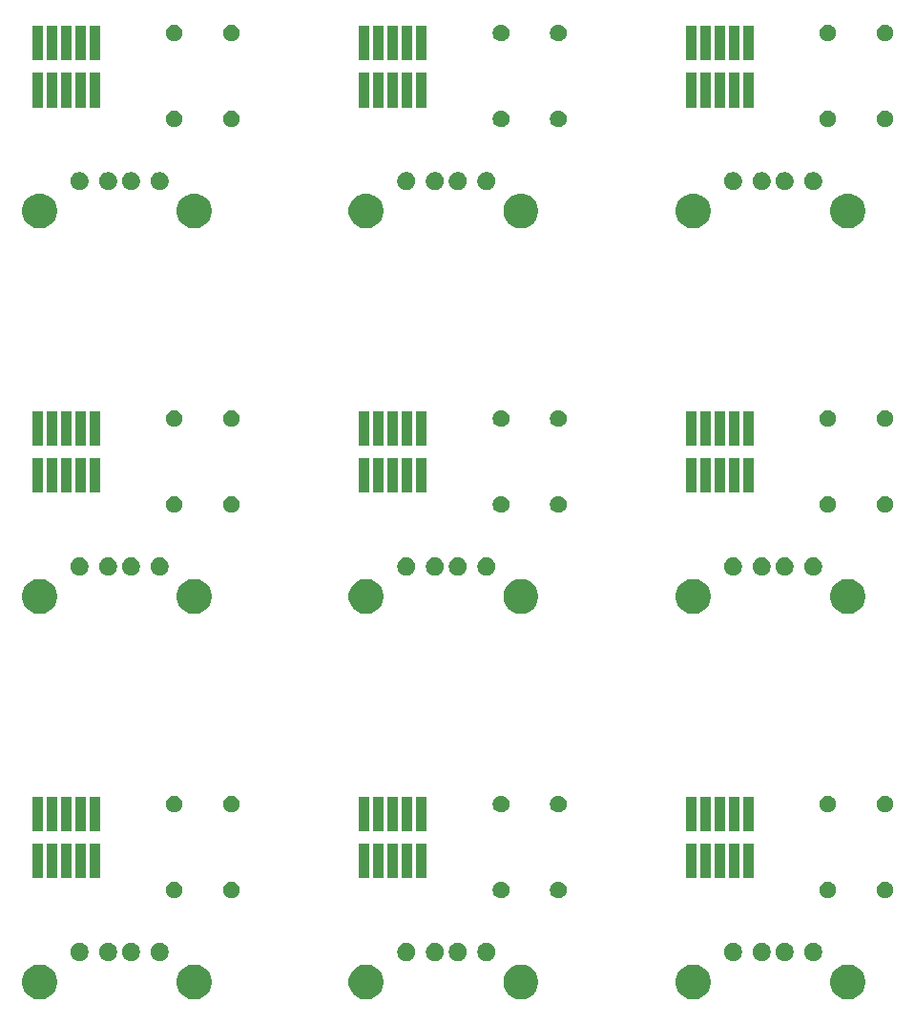
<source format=gts>
G04 #@! TF.GenerationSoftware,KiCad,Pcbnew,(5.0.1)-4*
G04 #@! TF.CreationDate,2019-01-31T17:22:40-08:00*
G04 #@! TF.ProjectId,programing_adapter,70726F6772616D696E675F6164617074,rev?*
G04 #@! TF.SameCoordinates,Original*
G04 #@! TF.FileFunction,Soldermask,Top*
G04 #@! TF.FilePolarity,Negative*
%FSLAX46Y46*%
G04 Gerber Fmt 4.6, Leading zero omitted, Abs format (unit mm)*
G04 Created by KiCad (PCBNEW (5.0.1)-4) date 1/31/2019 5:22:40 PM*
%MOMM*%
%LPD*%
G01*
G04 APERTURE LIST*
%ADD10C,0.020000*%
G04 APERTURE END LIST*
D10*
G36*
X198117528Y-160163737D02*
X198217411Y-160183605D01*
X198499675Y-160300522D01*
X198753706Y-160470260D01*
X198969742Y-160686296D01*
X199139480Y-160940327D01*
X199256397Y-161222591D01*
X199316001Y-161522241D01*
X199316001Y-161827761D01*
X199256397Y-162127411D01*
X199139480Y-162409675D01*
X198969742Y-162663706D01*
X198753706Y-162879742D01*
X198499675Y-163049480D01*
X198217411Y-163166397D01*
X198117528Y-163186265D01*
X197917763Y-163226001D01*
X197612239Y-163226001D01*
X197412474Y-163186265D01*
X197312591Y-163166397D01*
X197030327Y-163049480D01*
X196776296Y-162879742D01*
X196560260Y-162663706D01*
X196390522Y-162409675D01*
X196273605Y-162127411D01*
X196214001Y-161827761D01*
X196214001Y-161522241D01*
X196273605Y-161222591D01*
X196390522Y-160940327D01*
X196560260Y-160686296D01*
X196776296Y-160470260D01*
X197030327Y-160300522D01*
X197312591Y-160183605D01*
X197412474Y-160163737D01*
X197612239Y-160124001D01*
X197917763Y-160124001D01*
X198117528Y-160163737D01*
X198117528Y-160163737D01*
G37*
G36*
X169117528Y-160163737D02*
X169217411Y-160183605D01*
X169499675Y-160300522D01*
X169753706Y-160470260D01*
X169969742Y-160686296D01*
X170139480Y-160940327D01*
X170256397Y-161222591D01*
X170316001Y-161522241D01*
X170316001Y-161827761D01*
X170256397Y-162127411D01*
X170139480Y-162409675D01*
X169969742Y-162663706D01*
X169753706Y-162879742D01*
X169499675Y-163049480D01*
X169217411Y-163166397D01*
X169117528Y-163186265D01*
X168917763Y-163226001D01*
X168612239Y-163226001D01*
X168412474Y-163186265D01*
X168312591Y-163166397D01*
X168030327Y-163049480D01*
X167776296Y-162879742D01*
X167560260Y-162663706D01*
X167390522Y-162409675D01*
X167273605Y-162127411D01*
X167214001Y-161827761D01*
X167214001Y-161522241D01*
X167273605Y-161222591D01*
X167390522Y-160940327D01*
X167560260Y-160686296D01*
X167776296Y-160470260D01*
X168030327Y-160300522D01*
X168312591Y-160183605D01*
X168412474Y-160163737D01*
X168612239Y-160124001D01*
X168917763Y-160124001D01*
X169117528Y-160163737D01*
X169117528Y-160163737D01*
G37*
G36*
X155397528Y-160163737D02*
X155497411Y-160183605D01*
X155779675Y-160300522D01*
X156033706Y-160470260D01*
X156249742Y-160686296D01*
X156419480Y-160940327D01*
X156536397Y-161222591D01*
X156596001Y-161522241D01*
X156596001Y-161827761D01*
X156536397Y-162127411D01*
X156419480Y-162409675D01*
X156249742Y-162663706D01*
X156033706Y-162879742D01*
X155779675Y-163049480D01*
X155497411Y-163166397D01*
X155397528Y-163186265D01*
X155197763Y-163226001D01*
X154892239Y-163226001D01*
X154692474Y-163186265D01*
X154592591Y-163166397D01*
X154310327Y-163049480D01*
X154056296Y-162879742D01*
X153840260Y-162663706D01*
X153670522Y-162409675D01*
X153553605Y-162127411D01*
X153494001Y-161827761D01*
X153494001Y-161522241D01*
X153553605Y-161222591D01*
X153670522Y-160940327D01*
X153840260Y-160686296D01*
X154056296Y-160470260D01*
X154310327Y-160300522D01*
X154592591Y-160183605D01*
X154692474Y-160163737D01*
X154892239Y-160124001D01*
X155197763Y-160124001D01*
X155397528Y-160163737D01*
X155397528Y-160163737D01*
G37*
G36*
X140117528Y-160163737D02*
X140217411Y-160183605D01*
X140499675Y-160300522D01*
X140753706Y-160470260D01*
X140969742Y-160686296D01*
X141139480Y-160940327D01*
X141256397Y-161222591D01*
X141316001Y-161522241D01*
X141316001Y-161827761D01*
X141256397Y-162127411D01*
X141139480Y-162409675D01*
X140969742Y-162663706D01*
X140753706Y-162879742D01*
X140499675Y-163049480D01*
X140217411Y-163166397D01*
X140117528Y-163186265D01*
X139917763Y-163226001D01*
X139612239Y-163226001D01*
X139412474Y-163186265D01*
X139312591Y-163166397D01*
X139030327Y-163049480D01*
X138776296Y-162879742D01*
X138560260Y-162663706D01*
X138390522Y-162409675D01*
X138273605Y-162127411D01*
X138214001Y-161827761D01*
X138214001Y-161522241D01*
X138273605Y-161222591D01*
X138390522Y-160940327D01*
X138560260Y-160686296D01*
X138776296Y-160470260D01*
X139030327Y-160300522D01*
X139312591Y-160183605D01*
X139412474Y-160163737D01*
X139612239Y-160124001D01*
X139917763Y-160124001D01*
X140117528Y-160163737D01*
X140117528Y-160163737D01*
G37*
G36*
X126397528Y-160163737D02*
X126497411Y-160183605D01*
X126779675Y-160300522D01*
X127033706Y-160470260D01*
X127249742Y-160686296D01*
X127419480Y-160940327D01*
X127536397Y-161222591D01*
X127596001Y-161522241D01*
X127596001Y-161827761D01*
X127536397Y-162127411D01*
X127419480Y-162409675D01*
X127249742Y-162663706D01*
X127033706Y-162879742D01*
X126779675Y-163049480D01*
X126497411Y-163166397D01*
X126397528Y-163186265D01*
X126197763Y-163226001D01*
X125892239Y-163226001D01*
X125692474Y-163186265D01*
X125592591Y-163166397D01*
X125310327Y-163049480D01*
X125056296Y-162879742D01*
X124840260Y-162663706D01*
X124670522Y-162409675D01*
X124553605Y-162127411D01*
X124494001Y-161827761D01*
X124494001Y-161522241D01*
X124553605Y-161222591D01*
X124670522Y-160940327D01*
X124840260Y-160686296D01*
X125056296Y-160470260D01*
X125310327Y-160300522D01*
X125592591Y-160183605D01*
X125692474Y-160163737D01*
X125892239Y-160124001D01*
X126197763Y-160124001D01*
X126397528Y-160163737D01*
X126397528Y-160163737D01*
G37*
G36*
X184397528Y-160163737D02*
X184497411Y-160183605D01*
X184779675Y-160300522D01*
X185033706Y-160470260D01*
X185249742Y-160686296D01*
X185419480Y-160940327D01*
X185536397Y-161222591D01*
X185596001Y-161522241D01*
X185596001Y-161827761D01*
X185536397Y-162127411D01*
X185419480Y-162409675D01*
X185249742Y-162663706D01*
X185033706Y-162879742D01*
X184779675Y-163049480D01*
X184497411Y-163166397D01*
X184397528Y-163186265D01*
X184197763Y-163226001D01*
X183892239Y-163226001D01*
X183692474Y-163186265D01*
X183592591Y-163166397D01*
X183310327Y-163049480D01*
X183056296Y-162879742D01*
X182840260Y-162663706D01*
X182670522Y-162409675D01*
X182553605Y-162127411D01*
X182494001Y-161827761D01*
X182494001Y-161522241D01*
X182553605Y-161222591D01*
X182670522Y-160940327D01*
X182840260Y-160686296D01*
X183056296Y-160470260D01*
X183310327Y-160300522D01*
X183592591Y-160183605D01*
X183692474Y-160163737D01*
X183892239Y-160124001D01*
X184197763Y-160124001D01*
X184397528Y-160163737D01*
X184397528Y-160163737D01*
G37*
G36*
X187838644Y-158234782D02*
X187984416Y-158295163D01*
X188115612Y-158382825D01*
X188227177Y-158494390D01*
X188314839Y-158625586D01*
X188375220Y-158771358D01*
X188406001Y-158926108D01*
X188406001Y-159083894D01*
X188375220Y-159238644D01*
X188314839Y-159384416D01*
X188227177Y-159515612D01*
X188115612Y-159627177D01*
X187984416Y-159714839D01*
X187838644Y-159775220D01*
X187683894Y-159806001D01*
X187526108Y-159806001D01*
X187371358Y-159775220D01*
X187225586Y-159714839D01*
X187094390Y-159627177D01*
X186982825Y-159515612D01*
X186895163Y-159384416D01*
X186834782Y-159238644D01*
X186804001Y-159083894D01*
X186804001Y-158926108D01*
X186834782Y-158771358D01*
X186895163Y-158625586D01*
X186982825Y-158494390D01*
X187094390Y-158382825D01*
X187225586Y-158295163D01*
X187371358Y-158234782D01*
X187526108Y-158204001D01*
X187683894Y-158204001D01*
X187838644Y-158234782D01*
X187838644Y-158234782D01*
G37*
G36*
X129838644Y-158234782D02*
X129984416Y-158295163D01*
X130115612Y-158382825D01*
X130227177Y-158494390D01*
X130314839Y-158625586D01*
X130375220Y-158771358D01*
X130406001Y-158926108D01*
X130406001Y-159083894D01*
X130375220Y-159238644D01*
X130314839Y-159384416D01*
X130227177Y-159515612D01*
X130115612Y-159627177D01*
X129984416Y-159714839D01*
X129838644Y-159775220D01*
X129683894Y-159806001D01*
X129526108Y-159806001D01*
X129371358Y-159775220D01*
X129225586Y-159714839D01*
X129094390Y-159627177D01*
X128982825Y-159515612D01*
X128895163Y-159384416D01*
X128834782Y-159238644D01*
X128804001Y-159083894D01*
X128804001Y-158926108D01*
X128834782Y-158771358D01*
X128895163Y-158625586D01*
X128982825Y-158494390D01*
X129094390Y-158382825D01*
X129225586Y-158295163D01*
X129371358Y-158234782D01*
X129526108Y-158204001D01*
X129683894Y-158204001D01*
X129838644Y-158234782D01*
X129838644Y-158234782D01*
G37*
G36*
X132378644Y-158234782D02*
X132524416Y-158295163D01*
X132655612Y-158382825D01*
X132767177Y-158494390D01*
X132854839Y-158625586D01*
X132915220Y-158771358D01*
X132946001Y-158926108D01*
X132946001Y-159083894D01*
X132915220Y-159238644D01*
X132854839Y-159384416D01*
X132767177Y-159515612D01*
X132655612Y-159627177D01*
X132524416Y-159714839D01*
X132378644Y-159775220D01*
X132223894Y-159806001D01*
X132066108Y-159806001D01*
X131911358Y-159775220D01*
X131765586Y-159714839D01*
X131634390Y-159627177D01*
X131522825Y-159515612D01*
X131435163Y-159384416D01*
X131374782Y-159238644D01*
X131344001Y-159083894D01*
X131344001Y-158926108D01*
X131374782Y-158771358D01*
X131435163Y-158625586D01*
X131522825Y-158494390D01*
X131634390Y-158382825D01*
X131765586Y-158295163D01*
X131911358Y-158234782D01*
X132066108Y-158204001D01*
X132223894Y-158204001D01*
X132378644Y-158234782D01*
X132378644Y-158234782D01*
G37*
G36*
X134408644Y-158234782D02*
X134554416Y-158295163D01*
X134685612Y-158382825D01*
X134797177Y-158494390D01*
X134884839Y-158625586D01*
X134945220Y-158771358D01*
X134976001Y-158926108D01*
X134976001Y-159083894D01*
X134945220Y-159238644D01*
X134884839Y-159384416D01*
X134797177Y-159515612D01*
X134685612Y-159627177D01*
X134554416Y-159714839D01*
X134408644Y-159775220D01*
X134253894Y-159806001D01*
X134096108Y-159806001D01*
X133941358Y-159775220D01*
X133795586Y-159714839D01*
X133664390Y-159627177D01*
X133552825Y-159515612D01*
X133465163Y-159384416D01*
X133404782Y-159238644D01*
X133374001Y-159083894D01*
X133374001Y-158926108D01*
X133404782Y-158771358D01*
X133465163Y-158625586D01*
X133552825Y-158494390D01*
X133664390Y-158382825D01*
X133795586Y-158295163D01*
X133941358Y-158234782D01*
X134096108Y-158204001D01*
X134253894Y-158204001D01*
X134408644Y-158234782D01*
X134408644Y-158234782D01*
G37*
G36*
X136948644Y-158234782D02*
X137094416Y-158295163D01*
X137225612Y-158382825D01*
X137337177Y-158494390D01*
X137424839Y-158625586D01*
X137485220Y-158771358D01*
X137516001Y-158926108D01*
X137516001Y-159083894D01*
X137485220Y-159238644D01*
X137424839Y-159384416D01*
X137337177Y-159515612D01*
X137225612Y-159627177D01*
X137094416Y-159714839D01*
X136948644Y-159775220D01*
X136793894Y-159806001D01*
X136636108Y-159806001D01*
X136481358Y-159775220D01*
X136335586Y-159714839D01*
X136204390Y-159627177D01*
X136092825Y-159515612D01*
X136005163Y-159384416D01*
X135944782Y-159238644D01*
X135914001Y-159083894D01*
X135914001Y-158926108D01*
X135944782Y-158771358D01*
X136005163Y-158625586D01*
X136092825Y-158494390D01*
X136204390Y-158382825D01*
X136335586Y-158295163D01*
X136481358Y-158234782D01*
X136636108Y-158204001D01*
X136793894Y-158204001D01*
X136948644Y-158234782D01*
X136948644Y-158234782D01*
G37*
G36*
X161378644Y-158234782D02*
X161524416Y-158295163D01*
X161655612Y-158382825D01*
X161767177Y-158494390D01*
X161854839Y-158625586D01*
X161915220Y-158771358D01*
X161946001Y-158926108D01*
X161946001Y-159083894D01*
X161915220Y-159238644D01*
X161854839Y-159384416D01*
X161767177Y-159515612D01*
X161655612Y-159627177D01*
X161524416Y-159714839D01*
X161378644Y-159775220D01*
X161223894Y-159806001D01*
X161066108Y-159806001D01*
X160911358Y-159775220D01*
X160765586Y-159714839D01*
X160634390Y-159627177D01*
X160522825Y-159515612D01*
X160435163Y-159384416D01*
X160374782Y-159238644D01*
X160344001Y-159083894D01*
X160344001Y-158926108D01*
X160374782Y-158771358D01*
X160435163Y-158625586D01*
X160522825Y-158494390D01*
X160634390Y-158382825D01*
X160765586Y-158295163D01*
X160911358Y-158234782D01*
X161066108Y-158204001D01*
X161223894Y-158204001D01*
X161378644Y-158234782D01*
X161378644Y-158234782D01*
G37*
G36*
X163408644Y-158234782D02*
X163554416Y-158295163D01*
X163685612Y-158382825D01*
X163797177Y-158494390D01*
X163884839Y-158625586D01*
X163945220Y-158771358D01*
X163976001Y-158926108D01*
X163976001Y-159083894D01*
X163945220Y-159238644D01*
X163884839Y-159384416D01*
X163797177Y-159515612D01*
X163685612Y-159627177D01*
X163554416Y-159714839D01*
X163408644Y-159775220D01*
X163253894Y-159806001D01*
X163096108Y-159806001D01*
X162941358Y-159775220D01*
X162795586Y-159714839D01*
X162664390Y-159627177D01*
X162552825Y-159515612D01*
X162465163Y-159384416D01*
X162404782Y-159238644D01*
X162374001Y-159083894D01*
X162374001Y-158926108D01*
X162404782Y-158771358D01*
X162465163Y-158625586D01*
X162552825Y-158494390D01*
X162664390Y-158382825D01*
X162795586Y-158295163D01*
X162941358Y-158234782D01*
X163096108Y-158204001D01*
X163253894Y-158204001D01*
X163408644Y-158234782D01*
X163408644Y-158234782D01*
G37*
G36*
X165948644Y-158234782D02*
X166094416Y-158295163D01*
X166225612Y-158382825D01*
X166337177Y-158494390D01*
X166424839Y-158625586D01*
X166485220Y-158771358D01*
X166516001Y-158926108D01*
X166516001Y-159083894D01*
X166485220Y-159238644D01*
X166424839Y-159384416D01*
X166337177Y-159515612D01*
X166225612Y-159627177D01*
X166094416Y-159714839D01*
X165948644Y-159775220D01*
X165793894Y-159806001D01*
X165636108Y-159806001D01*
X165481358Y-159775220D01*
X165335586Y-159714839D01*
X165204390Y-159627177D01*
X165092825Y-159515612D01*
X165005163Y-159384416D01*
X164944782Y-159238644D01*
X164914001Y-159083894D01*
X164914001Y-158926108D01*
X164944782Y-158771358D01*
X165005163Y-158625586D01*
X165092825Y-158494390D01*
X165204390Y-158382825D01*
X165335586Y-158295163D01*
X165481358Y-158234782D01*
X165636108Y-158204001D01*
X165793894Y-158204001D01*
X165948644Y-158234782D01*
X165948644Y-158234782D01*
G37*
G36*
X190378644Y-158234782D02*
X190524416Y-158295163D01*
X190655612Y-158382825D01*
X190767177Y-158494390D01*
X190854839Y-158625586D01*
X190915220Y-158771358D01*
X190946001Y-158926108D01*
X190946001Y-159083894D01*
X190915220Y-159238644D01*
X190854839Y-159384416D01*
X190767177Y-159515612D01*
X190655612Y-159627177D01*
X190524416Y-159714839D01*
X190378644Y-159775220D01*
X190223894Y-159806001D01*
X190066108Y-159806001D01*
X189911358Y-159775220D01*
X189765586Y-159714839D01*
X189634390Y-159627177D01*
X189522825Y-159515612D01*
X189435163Y-159384416D01*
X189374782Y-159238644D01*
X189344001Y-159083894D01*
X189344001Y-158926108D01*
X189374782Y-158771358D01*
X189435163Y-158625586D01*
X189522825Y-158494390D01*
X189634390Y-158382825D01*
X189765586Y-158295163D01*
X189911358Y-158234782D01*
X190066108Y-158204001D01*
X190223894Y-158204001D01*
X190378644Y-158234782D01*
X190378644Y-158234782D01*
G37*
G36*
X192408644Y-158234782D02*
X192554416Y-158295163D01*
X192685612Y-158382825D01*
X192797177Y-158494390D01*
X192884839Y-158625586D01*
X192945220Y-158771358D01*
X192976001Y-158926108D01*
X192976001Y-159083894D01*
X192945220Y-159238644D01*
X192884839Y-159384416D01*
X192797177Y-159515612D01*
X192685612Y-159627177D01*
X192554416Y-159714839D01*
X192408644Y-159775220D01*
X192253894Y-159806001D01*
X192096108Y-159806001D01*
X191941358Y-159775220D01*
X191795586Y-159714839D01*
X191664390Y-159627177D01*
X191552825Y-159515612D01*
X191465163Y-159384416D01*
X191404782Y-159238644D01*
X191374001Y-159083894D01*
X191374001Y-158926108D01*
X191404782Y-158771358D01*
X191465163Y-158625586D01*
X191552825Y-158494390D01*
X191664390Y-158382825D01*
X191795586Y-158295163D01*
X191941358Y-158234782D01*
X192096108Y-158204001D01*
X192253894Y-158204001D01*
X192408644Y-158234782D01*
X192408644Y-158234782D01*
G37*
G36*
X194948644Y-158234782D02*
X195094416Y-158295163D01*
X195225612Y-158382825D01*
X195337177Y-158494390D01*
X195424839Y-158625586D01*
X195485220Y-158771358D01*
X195516001Y-158926108D01*
X195516001Y-159083894D01*
X195485220Y-159238644D01*
X195424839Y-159384416D01*
X195337177Y-159515612D01*
X195225612Y-159627177D01*
X195094416Y-159714839D01*
X194948644Y-159775220D01*
X194793894Y-159806001D01*
X194636108Y-159806001D01*
X194481358Y-159775220D01*
X194335586Y-159714839D01*
X194204390Y-159627177D01*
X194092825Y-159515612D01*
X194005163Y-159384416D01*
X193944782Y-159238644D01*
X193914001Y-159083894D01*
X193914001Y-158926108D01*
X193944782Y-158771358D01*
X194005163Y-158625586D01*
X194092825Y-158494390D01*
X194204390Y-158382825D01*
X194335586Y-158295163D01*
X194481358Y-158234782D01*
X194636108Y-158204001D01*
X194793894Y-158204001D01*
X194948644Y-158234782D01*
X194948644Y-158234782D01*
G37*
G36*
X158838644Y-158234782D02*
X158984416Y-158295163D01*
X159115612Y-158382825D01*
X159227177Y-158494390D01*
X159314839Y-158625586D01*
X159375220Y-158771358D01*
X159406001Y-158926108D01*
X159406001Y-159083894D01*
X159375220Y-159238644D01*
X159314839Y-159384416D01*
X159227177Y-159515612D01*
X159115612Y-159627177D01*
X158984416Y-159714839D01*
X158838644Y-159775220D01*
X158683894Y-159806001D01*
X158526108Y-159806001D01*
X158371358Y-159775220D01*
X158225586Y-159714839D01*
X158094390Y-159627177D01*
X157982825Y-159515612D01*
X157895163Y-159384416D01*
X157834782Y-159238644D01*
X157804001Y-159083894D01*
X157804001Y-158926108D01*
X157834782Y-158771358D01*
X157895163Y-158625586D01*
X157982825Y-158494390D01*
X158094390Y-158382825D01*
X158225586Y-158295163D01*
X158371358Y-158234782D01*
X158526108Y-158204001D01*
X158683894Y-158204001D01*
X158838644Y-158234782D01*
X158838644Y-158234782D01*
G37*
G36*
X196228621Y-152779302D02*
X196365022Y-152835801D01*
X196487779Y-152917825D01*
X196592175Y-153022221D01*
X196674199Y-153144978D01*
X196730698Y-153281379D01*
X196759500Y-153426181D01*
X196759500Y-153573819D01*
X196730698Y-153718621D01*
X196674199Y-153855022D01*
X196592175Y-153977779D01*
X196487779Y-154082175D01*
X196365022Y-154164199D01*
X196228621Y-154220698D01*
X196083819Y-154249500D01*
X195936181Y-154249500D01*
X195791379Y-154220698D01*
X195654978Y-154164199D01*
X195532221Y-154082175D01*
X195427825Y-153977779D01*
X195345801Y-153855022D01*
X195289302Y-153718621D01*
X195260500Y-153573819D01*
X195260500Y-153426181D01*
X195289302Y-153281379D01*
X195345801Y-153144978D01*
X195427825Y-153022221D01*
X195532221Y-152917825D01*
X195654978Y-152835801D01*
X195791379Y-152779302D01*
X195936181Y-152750500D01*
X196083819Y-152750500D01*
X196228621Y-152779302D01*
X196228621Y-152779302D01*
G37*
G36*
X143308621Y-152779302D02*
X143445022Y-152835801D01*
X143567779Y-152917825D01*
X143672175Y-153022221D01*
X143754199Y-153144978D01*
X143810698Y-153281379D01*
X143839500Y-153426181D01*
X143839500Y-153573819D01*
X143810698Y-153718621D01*
X143754199Y-153855022D01*
X143672175Y-153977779D01*
X143567779Y-154082175D01*
X143445022Y-154164199D01*
X143308621Y-154220698D01*
X143163819Y-154249500D01*
X143016181Y-154249500D01*
X142871379Y-154220698D01*
X142734978Y-154164199D01*
X142612221Y-154082175D01*
X142507825Y-153977779D01*
X142425801Y-153855022D01*
X142369302Y-153718621D01*
X142340500Y-153573819D01*
X142340500Y-153426181D01*
X142369302Y-153281379D01*
X142425801Y-153144978D01*
X142507825Y-153022221D01*
X142612221Y-152917825D01*
X142734978Y-152835801D01*
X142871379Y-152779302D01*
X143016181Y-152750500D01*
X143163819Y-152750500D01*
X143308621Y-152779302D01*
X143308621Y-152779302D01*
G37*
G36*
X167228621Y-152779302D02*
X167365022Y-152835801D01*
X167487779Y-152917825D01*
X167592175Y-153022221D01*
X167674199Y-153144978D01*
X167730698Y-153281379D01*
X167759500Y-153426181D01*
X167759500Y-153573819D01*
X167730698Y-153718621D01*
X167674199Y-153855022D01*
X167592175Y-153977779D01*
X167487779Y-154082175D01*
X167365022Y-154164199D01*
X167228621Y-154220698D01*
X167083819Y-154249500D01*
X166936181Y-154249500D01*
X166791379Y-154220698D01*
X166654978Y-154164199D01*
X166532221Y-154082175D01*
X166427825Y-153977779D01*
X166345801Y-153855022D01*
X166289302Y-153718621D01*
X166260500Y-153573819D01*
X166260500Y-153426181D01*
X166289302Y-153281379D01*
X166345801Y-153144978D01*
X166427825Y-153022221D01*
X166532221Y-152917825D01*
X166654978Y-152835801D01*
X166791379Y-152779302D01*
X166936181Y-152750500D01*
X167083819Y-152750500D01*
X167228621Y-152779302D01*
X167228621Y-152779302D01*
G37*
G36*
X201308621Y-152779302D02*
X201445022Y-152835801D01*
X201567779Y-152917825D01*
X201672175Y-153022221D01*
X201754199Y-153144978D01*
X201810698Y-153281379D01*
X201839500Y-153426181D01*
X201839500Y-153573819D01*
X201810698Y-153718621D01*
X201754199Y-153855022D01*
X201672175Y-153977779D01*
X201567779Y-154082175D01*
X201445022Y-154164199D01*
X201308621Y-154220698D01*
X201163819Y-154249500D01*
X201016181Y-154249500D01*
X200871379Y-154220698D01*
X200734978Y-154164199D01*
X200612221Y-154082175D01*
X200507825Y-153977779D01*
X200425801Y-153855022D01*
X200369302Y-153718621D01*
X200340500Y-153573819D01*
X200340500Y-153426181D01*
X200369302Y-153281379D01*
X200425801Y-153144978D01*
X200507825Y-153022221D01*
X200612221Y-152917825D01*
X200734978Y-152835801D01*
X200871379Y-152779302D01*
X201016181Y-152750500D01*
X201163819Y-152750500D01*
X201308621Y-152779302D01*
X201308621Y-152779302D01*
G37*
G36*
X138228621Y-152779302D02*
X138365022Y-152835801D01*
X138487779Y-152917825D01*
X138592175Y-153022221D01*
X138674199Y-153144978D01*
X138730698Y-153281379D01*
X138759500Y-153426181D01*
X138759500Y-153573819D01*
X138730698Y-153718621D01*
X138674199Y-153855022D01*
X138592175Y-153977779D01*
X138487779Y-154082175D01*
X138365022Y-154164199D01*
X138228621Y-154220698D01*
X138083819Y-154249500D01*
X137936181Y-154249500D01*
X137791379Y-154220698D01*
X137654978Y-154164199D01*
X137532221Y-154082175D01*
X137427825Y-153977779D01*
X137345801Y-153855022D01*
X137289302Y-153718621D01*
X137260500Y-153573819D01*
X137260500Y-153426181D01*
X137289302Y-153281379D01*
X137345801Y-153144978D01*
X137427825Y-153022221D01*
X137532221Y-152917825D01*
X137654978Y-152835801D01*
X137791379Y-152779302D01*
X137936181Y-152750500D01*
X138083819Y-152750500D01*
X138228621Y-152779302D01*
X138228621Y-152779302D01*
G37*
G36*
X172308621Y-152779302D02*
X172445022Y-152835801D01*
X172567779Y-152917825D01*
X172672175Y-153022221D01*
X172754199Y-153144978D01*
X172810698Y-153281379D01*
X172839500Y-153426181D01*
X172839500Y-153573819D01*
X172810698Y-153718621D01*
X172754199Y-153855022D01*
X172672175Y-153977779D01*
X172567779Y-154082175D01*
X172445022Y-154164199D01*
X172308621Y-154220698D01*
X172163819Y-154249500D01*
X172016181Y-154249500D01*
X171871379Y-154220698D01*
X171734978Y-154164199D01*
X171612221Y-154082175D01*
X171507825Y-153977779D01*
X171425801Y-153855022D01*
X171369302Y-153718621D01*
X171340500Y-153573819D01*
X171340500Y-153426181D01*
X171369302Y-153281379D01*
X171425801Y-153144978D01*
X171507825Y-153022221D01*
X171612221Y-152917825D01*
X171734978Y-152835801D01*
X171871379Y-152779302D01*
X172016181Y-152750500D01*
X172163819Y-152750500D01*
X172308621Y-152779302D01*
X172308621Y-152779302D01*
G37*
G36*
X186866000Y-152481000D02*
X185954000Y-152481000D01*
X185954000Y-149410000D01*
X186866000Y-149410000D01*
X186866000Y-152481000D01*
X186866000Y-152481000D01*
G37*
G36*
X127596000Y-152481000D02*
X126684000Y-152481000D01*
X126684000Y-149410000D01*
X127596000Y-149410000D01*
X127596000Y-152481000D01*
X127596000Y-152481000D01*
G37*
G36*
X126326000Y-152481000D02*
X125414000Y-152481000D01*
X125414000Y-149410000D01*
X126326000Y-149410000D01*
X126326000Y-152481000D01*
X126326000Y-152481000D01*
G37*
G36*
X188136000Y-152481000D02*
X187224000Y-152481000D01*
X187224000Y-149410000D01*
X188136000Y-149410000D01*
X188136000Y-152481000D01*
X188136000Y-152481000D01*
G37*
G36*
X189406000Y-152481000D02*
X188494000Y-152481000D01*
X188494000Y-149410000D01*
X189406000Y-149410000D01*
X189406000Y-152481000D01*
X189406000Y-152481000D01*
G37*
G36*
X185596000Y-152481000D02*
X184684000Y-152481000D01*
X184684000Y-149410000D01*
X185596000Y-149410000D01*
X185596000Y-152481000D01*
X185596000Y-152481000D01*
G37*
G36*
X184326000Y-152481000D02*
X183414000Y-152481000D01*
X183414000Y-149410000D01*
X184326000Y-149410000D01*
X184326000Y-152481000D01*
X184326000Y-152481000D01*
G37*
G36*
X159136000Y-152481000D02*
X158224000Y-152481000D01*
X158224000Y-149410000D01*
X159136000Y-149410000D01*
X159136000Y-152481000D01*
X159136000Y-152481000D01*
G37*
G36*
X160406000Y-152481000D02*
X159494000Y-152481000D01*
X159494000Y-149410000D01*
X160406000Y-149410000D01*
X160406000Y-152481000D01*
X160406000Y-152481000D01*
G37*
G36*
X157866000Y-152481000D02*
X156954000Y-152481000D01*
X156954000Y-149410000D01*
X157866000Y-149410000D01*
X157866000Y-152481000D01*
X157866000Y-152481000D01*
G37*
G36*
X156596000Y-152481000D02*
X155684000Y-152481000D01*
X155684000Y-149410000D01*
X156596000Y-149410000D01*
X156596000Y-152481000D01*
X156596000Y-152481000D01*
G37*
G36*
X155326000Y-152481000D02*
X154414000Y-152481000D01*
X154414000Y-149410000D01*
X155326000Y-149410000D01*
X155326000Y-152481000D01*
X155326000Y-152481000D01*
G37*
G36*
X130136000Y-152481000D02*
X129224000Y-152481000D01*
X129224000Y-149410000D01*
X130136000Y-149410000D01*
X130136000Y-152481000D01*
X130136000Y-152481000D01*
G37*
G36*
X131406000Y-152481000D02*
X130494000Y-152481000D01*
X130494000Y-149410000D01*
X131406000Y-149410000D01*
X131406000Y-152481000D01*
X131406000Y-152481000D01*
G37*
G36*
X128866000Y-152481000D02*
X127954000Y-152481000D01*
X127954000Y-149410000D01*
X128866000Y-149410000D01*
X128866000Y-152481000D01*
X128866000Y-152481000D01*
G37*
G36*
X156596000Y-148290000D02*
X155684000Y-148290000D01*
X155684000Y-145219000D01*
X156596000Y-145219000D01*
X156596000Y-148290000D01*
X156596000Y-148290000D01*
G37*
G36*
X126326000Y-148290000D02*
X125414000Y-148290000D01*
X125414000Y-145219000D01*
X126326000Y-145219000D01*
X126326000Y-148290000D01*
X126326000Y-148290000D01*
G37*
G36*
X127596000Y-148290000D02*
X126684000Y-148290000D01*
X126684000Y-145219000D01*
X127596000Y-145219000D01*
X127596000Y-148290000D01*
X127596000Y-148290000D01*
G37*
G36*
X128866000Y-148290000D02*
X127954000Y-148290000D01*
X127954000Y-145219000D01*
X128866000Y-145219000D01*
X128866000Y-148290000D01*
X128866000Y-148290000D01*
G37*
G36*
X130136000Y-148290000D02*
X129224000Y-148290000D01*
X129224000Y-145219000D01*
X130136000Y-145219000D01*
X130136000Y-148290000D01*
X130136000Y-148290000D01*
G37*
G36*
X157866000Y-148290000D02*
X156954000Y-148290000D01*
X156954000Y-145219000D01*
X157866000Y-145219000D01*
X157866000Y-148290000D01*
X157866000Y-148290000D01*
G37*
G36*
X155326000Y-148290000D02*
X154414000Y-148290000D01*
X154414000Y-145219000D01*
X155326000Y-145219000D01*
X155326000Y-148290000D01*
X155326000Y-148290000D01*
G37*
G36*
X131406000Y-148290000D02*
X130494000Y-148290000D01*
X130494000Y-145219000D01*
X131406000Y-145219000D01*
X131406000Y-148290000D01*
X131406000Y-148290000D01*
G37*
G36*
X159136000Y-148290000D02*
X158224000Y-148290000D01*
X158224000Y-145219000D01*
X159136000Y-145219000D01*
X159136000Y-148290000D01*
X159136000Y-148290000D01*
G37*
G36*
X160406000Y-148290000D02*
X159494000Y-148290000D01*
X159494000Y-145219000D01*
X160406000Y-145219000D01*
X160406000Y-148290000D01*
X160406000Y-148290000D01*
G37*
G36*
X184326000Y-148290000D02*
X183414000Y-148290000D01*
X183414000Y-145219000D01*
X184326000Y-145219000D01*
X184326000Y-148290000D01*
X184326000Y-148290000D01*
G37*
G36*
X185596000Y-148290000D02*
X184684000Y-148290000D01*
X184684000Y-145219000D01*
X185596000Y-145219000D01*
X185596000Y-148290000D01*
X185596000Y-148290000D01*
G37*
G36*
X186866000Y-148290000D02*
X185954000Y-148290000D01*
X185954000Y-145219000D01*
X186866000Y-145219000D01*
X186866000Y-148290000D01*
X186866000Y-148290000D01*
G37*
G36*
X188136000Y-148290000D02*
X187224000Y-148290000D01*
X187224000Y-145219000D01*
X188136000Y-145219000D01*
X188136000Y-148290000D01*
X188136000Y-148290000D01*
G37*
G36*
X189406000Y-148290000D02*
X188494000Y-148290000D01*
X188494000Y-145219000D01*
X189406000Y-145219000D01*
X189406000Y-148290000D01*
X189406000Y-148290000D01*
G37*
G36*
X143308621Y-145159302D02*
X143445022Y-145215801D01*
X143567779Y-145297825D01*
X143672175Y-145402221D01*
X143754199Y-145524978D01*
X143810698Y-145661379D01*
X143839500Y-145806181D01*
X143839500Y-145953819D01*
X143810698Y-146098621D01*
X143754199Y-146235022D01*
X143672175Y-146357779D01*
X143567779Y-146462175D01*
X143445022Y-146544199D01*
X143308621Y-146600698D01*
X143163819Y-146629500D01*
X143016181Y-146629500D01*
X142871379Y-146600698D01*
X142734978Y-146544199D01*
X142612221Y-146462175D01*
X142507825Y-146357779D01*
X142425801Y-146235022D01*
X142369302Y-146098621D01*
X142340500Y-145953819D01*
X142340500Y-145806181D01*
X142369302Y-145661379D01*
X142425801Y-145524978D01*
X142507825Y-145402221D01*
X142612221Y-145297825D01*
X142734978Y-145215801D01*
X142871379Y-145159302D01*
X143016181Y-145130500D01*
X143163819Y-145130500D01*
X143308621Y-145159302D01*
X143308621Y-145159302D01*
G37*
G36*
X138228621Y-145159302D02*
X138365022Y-145215801D01*
X138487779Y-145297825D01*
X138592175Y-145402221D01*
X138674199Y-145524978D01*
X138730698Y-145661379D01*
X138759500Y-145806181D01*
X138759500Y-145953819D01*
X138730698Y-146098621D01*
X138674199Y-146235022D01*
X138592175Y-146357779D01*
X138487779Y-146462175D01*
X138365022Y-146544199D01*
X138228621Y-146600698D01*
X138083819Y-146629500D01*
X137936181Y-146629500D01*
X137791379Y-146600698D01*
X137654978Y-146544199D01*
X137532221Y-146462175D01*
X137427825Y-146357779D01*
X137345801Y-146235022D01*
X137289302Y-146098621D01*
X137260500Y-145953819D01*
X137260500Y-145806181D01*
X137289302Y-145661379D01*
X137345801Y-145524978D01*
X137427825Y-145402221D01*
X137532221Y-145297825D01*
X137654978Y-145215801D01*
X137791379Y-145159302D01*
X137936181Y-145130500D01*
X138083819Y-145130500D01*
X138228621Y-145159302D01*
X138228621Y-145159302D01*
G37*
G36*
X172308621Y-145159302D02*
X172445022Y-145215801D01*
X172567779Y-145297825D01*
X172672175Y-145402221D01*
X172754199Y-145524978D01*
X172810698Y-145661379D01*
X172839500Y-145806181D01*
X172839500Y-145953819D01*
X172810698Y-146098621D01*
X172754199Y-146235022D01*
X172672175Y-146357779D01*
X172567779Y-146462175D01*
X172445022Y-146544199D01*
X172308621Y-146600698D01*
X172163819Y-146629500D01*
X172016181Y-146629500D01*
X171871379Y-146600698D01*
X171734978Y-146544199D01*
X171612221Y-146462175D01*
X171507825Y-146357779D01*
X171425801Y-146235022D01*
X171369302Y-146098621D01*
X171340500Y-145953819D01*
X171340500Y-145806181D01*
X171369302Y-145661379D01*
X171425801Y-145524978D01*
X171507825Y-145402221D01*
X171612221Y-145297825D01*
X171734978Y-145215801D01*
X171871379Y-145159302D01*
X172016181Y-145130500D01*
X172163819Y-145130500D01*
X172308621Y-145159302D01*
X172308621Y-145159302D01*
G37*
G36*
X167228621Y-145159302D02*
X167365022Y-145215801D01*
X167487779Y-145297825D01*
X167592175Y-145402221D01*
X167674199Y-145524978D01*
X167730698Y-145661379D01*
X167759500Y-145806181D01*
X167759500Y-145953819D01*
X167730698Y-146098621D01*
X167674199Y-146235022D01*
X167592175Y-146357779D01*
X167487779Y-146462175D01*
X167365022Y-146544199D01*
X167228621Y-146600698D01*
X167083819Y-146629500D01*
X166936181Y-146629500D01*
X166791379Y-146600698D01*
X166654978Y-146544199D01*
X166532221Y-146462175D01*
X166427825Y-146357779D01*
X166345801Y-146235022D01*
X166289302Y-146098621D01*
X166260500Y-145953819D01*
X166260500Y-145806181D01*
X166289302Y-145661379D01*
X166345801Y-145524978D01*
X166427825Y-145402221D01*
X166532221Y-145297825D01*
X166654978Y-145215801D01*
X166791379Y-145159302D01*
X166936181Y-145130500D01*
X167083819Y-145130500D01*
X167228621Y-145159302D01*
X167228621Y-145159302D01*
G37*
G36*
X201308621Y-145159302D02*
X201445022Y-145215801D01*
X201567779Y-145297825D01*
X201672175Y-145402221D01*
X201754199Y-145524978D01*
X201810698Y-145661379D01*
X201839500Y-145806181D01*
X201839500Y-145953819D01*
X201810698Y-146098621D01*
X201754199Y-146235022D01*
X201672175Y-146357779D01*
X201567779Y-146462175D01*
X201445022Y-146544199D01*
X201308621Y-146600698D01*
X201163819Y-146629500D01*
X201016181Y-146629500D01*
X200871379Y-146600698D01*
X200734978Y-146544199D01*
X200612221Y-146462175D01*
X200507825Y-146357779D01*
X200425801Y-146235022D01*
X200369302Y-146098621D01*
X200340500Y-145953819D01*
X200340500Y-145806181D01*
X200369302Y-145661379D01*
X200425801Y-145524978D01*
X200507825Y-145402221D01*
X200612221Y-145297825D01*
X200734978Y-145215801D01*
X200871379Y-145159302D01*
X201016181Y-145130500D01*
X201163819Y-145130500D01*
X201308621Y-145159302D01*
X201308621Y-145159302D01*
G37*
G36*
X196228621Y-145159302D02*
X196365022Y-145215801D01*
X196487779Y-145297825D01*
X196592175Y-145402221D01*
X196674199Y-145524978D01*
X196730698Y-145661379D01*
X196759500Y-145806181D01*
X196759500Y-145953819D01*
X196730698Y-146098621D01*
X196674199Y-146235022D01*
X196592175Y-146357779D01*
X196487779Y-146462175D01*
X196365022Y-146544199D01*
X196228621Y-146600698D01*
X196083819Y-146629500D01*
X195936181Y-146629500D01*
X195791379Y-146600698D01*
X195654978Y-146544199D01*
X195532221Y-146462175D01*
X195427825Y-146357779D01*
X195345801Y-146235022D01*
X195289302Y-146098621D01*
X195260500Y-145953819D01*
X195260500Y-145806181D01*
X195289302Y-145661379D01*
X195345801Y-145524978D01*
X195427825Y-145402221D01*
X195532221Y-145297825D01*
X195654978Y-145215801D01*
X195791379Y-145159302D01*
X195936181Y-145130500D01*
X196083819Y-145130500D01*
X196228621Y-145159302D01*
X196228621Y-145159302D01*
G37*
G36*
X155397528Y-125963737D02*
X155497411Y-125983605D01*
X155779675Y-126100522D01*
X156033706Y-126270260D01*
X156249742Y-126486296D01*
X156419480Y-126740327D01*
X156536397Y-127022591D01*
X156596001Y-127322241D01*
X156596001Y-127627761D01*
X156536397Y-127927411D01*
X156419480Y-128209675D01*
X156249742Y-128463706D01*
X156033706Y-128679742D01*
X155779675Y-128849480D01*
X155497411Y-128966397D01*
X155397528Y-128986265D01*
X155197763Y-129026001D01*
X154892239Y-129026001D01*
X154692474Y-128986265D01*
X154592591Y-128966397D01*
X154310327Y-128849480D01*
X154056296Y-128679742D01*
X153840260Y-128463706D01*
X153670522Y-128209675D01*
X153553605Y-127927411D01*
X153494001Y-127627761D01*
X153494001Y-127322241D01*
X153553605Y-127022591D01*
X153670522Y-126740327D01*
X153840260Y-126486296D01*
X154056296Y-126270260D01*
X154310327Y-126100522D01*
X154592591Y-125983605D01*
X154692474Y-125963737D01*
X154892239Y-125924001D01*
X155197763Y-125924001D01*
X155397528Y-125963737D01*
X155397528Y-125963737D01*
G37*
G36*
X169117528Y-125963737D02*
X169217411Y-125983605D01*
X169499675Y-126100522D01*
X169753706Y-126270260D01*
X169969742Y-126486296D01*
X170139480Y-126740327D01*
X170256397Y-127022591D01*
X170316001Y-127322241D01*
X170316001Y-127627761D01*
X170256397Y-127927411D01*
X170139480Y-128209675D01*
X169969742Y-128463706D01*
X169753706Y-128679742D01*
X169499675Y-128849480D01*
X169217411Y-128966397D01*
X169117528Y-128986265D01*
X168917763Y-129026001D01*
X168612239Y-129026001D01*
X168412474Y-128986265D01*
X168312591Y-128966397D01*
X168030327Y-128849480D01*
X167776296Y-128679742D01*
X167560260Y-128463706D01*
X167390522Y-128209675D01*
X167273605Y-127927411D01*
X167214001Y-127627761D01*
X167214001Y-127322241D01*
X167273605Y-127022591D01*
X167390522Y-126740327D01*
X167560260Y-126486296D01*
X167776296Y-126270260D01*
X168030327Y-126100522D01*
X168312591Y-125983605D01*
X168412474Y-125963737D01*
X168612239Y-125924001D01*
X168917763Y-125924001D01*
X169117528Y-125963737D01*
X169117528Y-125963737D01*
G37*
G36*
X198117528Y-125963737D02*
X198217411Y-125983605D01*
X198499675Y-126100522D01*
X198753706Y-126270260D01*
X198969742Y-126486296D01*
X199139480Y-126740327D01*
X199256397Y-127022591D01*
X199316001Y-127322241D01*
X199316001Y-127627761D01*
X199256397Y-127927411D01*
X199139480Y-128209675D01*
X198969742Y-128463706D01*
X198753706Y-128679742D01*
X198499675Y-128849480D01*
X198217411Y-128966397D01*
X198117528Y-128986265D01*
X197917763Y-129026001D01*
X197612239Y-129026001D01*
X197412474Y-128986265D01*
X197312591Y-128966397D01*
X197030327Y-128849480D01*
X196776296Y-128679742D01*
X196560260Y-128463706D01*
X196390522Y-128209675D01*
X196273605Y-127927411D01*
X196214001Y-127627761D01*
X196214001Y-127322241D01*
X196273605Y-127022591D01*
X196390522Y-126740327D01*
X196560260Y-126486296D01*
X196776296Y-126270260D01*
X197030327Y-126100522D01*
X197312591Y-125983605D01*
X197412474Y-125963737D01*
X197612239Y-125924001D01*
X197917763Y-125924001D01*
X198117528Y-125963737D01*
X198117528Y-125963737D01*
G37*
G36*
X184397528Y-125963737D02*
X184497411Y-125983605D01*
X184779675Y-126100522D01*
X185033706Y-126270260D01*
X185249742Y-126486296D01*
X185419480Y-126740327D01*
X185536397Y-127022591D01*
X185596001Y-127322241D01*
X185596001Y-127627761D01*
X185536397Y-127927411D01*
X185419480Y-128209675D01*
X185249742Y-128463706D01*
X185033706Y-128679742D01*
X184779675Y-128849480D01*
X184497411Y-128966397D01*
X184397528Y-128986265D01*
X184197763Y-129026001D01*
X183892239Y-129026001D01*
X183692474Y-128986265D01*
X183592591Y-128966397D01*
X183310327Y-128849480D01*
X183056296Y-128679742D01*
X182840260Y-128463706D01*
X182670522Y-128209675D01*
X182553605Y-127927411D01*
X182494001Y-127627761D01*
X182494001Y-127322241D01*
X182553605Y-127022591D01*
X182670522Y-126740327D01*
X182840260Y-126486296D01*
X183056296Y-126270260D01*
X183310327Y-126100522D01*
X183592591Y-125983605D01*
X183692474Y-125963737D01*
X183892239Y-125924001D01*
X184197763Y-125924001D01*
X184397528Y-125963737D01*
X184397528Y-125963737D01*
G37*
G36*
X140117528Y-125963737D02*
X140217411Y-125983605D01*
X140499675Y-126100522D01*
X140753706Y-126270260D01*
X140969742Y-126486296D01*
X141139480Y-126740327D01*
X141256397Y-127022591D01*
X141316001Y-127322241D01*
X141316001Y-127627761D01*
X141256397Y-127927411D01*
X141139480Y-128209675D01*
X140969742Y-128463706D01*
X140753706Y-128679742D01*
X140499675Y-128849480D01*
X140217411Y-128966397D01*
X140117528Y-128986265D01*
X139917763Y-129026001D01*
X139612239Y-129026001D01*
X139412474Y-128986265D01*
X139312591Y-128966397D01*
X139030327Y-128849480D01*
X138776296Y-128679742D01*
X138560260Y-128463706D01*
X138390522Y-128209675D01*
X138273605Y-127927411D01*
X138214001Y-127627761D01*
X138214001Y-127322241D01*
X138273605Y-127022591D01*
X138390522Y-126740327D01*
X138560260Y-126486296D01*
X138776296Y-126270260D01*
X139030327Y-126100522D01*
X139312591Y-125983605D01*
X139412474Y-125963737D01*
X139612239Y-125924001D01*
X139917763Y-125924001D01*
X140117528Y-125963737D01*
X140117528Y-125963737D01*
G37*
G36*
X126397528Y-125963737D02*
X126497411Y-125983605D01*
X126779675Y-126100522D01*
X127033706Y-126270260D01*
X127249742Y-126486296D01*
X127419480Y-126740327D01*
X127536397Y-127022591D01*
X127596001Y-127322241D01*
X127596001Y-127627761D01*
X127536397Y-127927411D01*
X127419480Y-128209675D01*
X127249742Y-128463706D01*
X127033706Y-128679742D01*
X126779675Y-128849480D01*
X126497411Y-128966397D01*
X126397528Y-128986265D01*
X126197763Y-129026001D01*
X125892239Y-129026001D01*
X125692474Y-128986265D01*
X125592591Y-128966397D01*
X125310327Y-128849480D01*
X125056296Y-128679742D01*
X124840260Y-128463706D01*
X124670522Y-128209675D01*
X124553605Y-127927411D01*
X124494001Y-127627761D01*
X124494001Y-127322241D01*
X124553605Y-127022591D01*
X124670522Y-126740327D01*
X124840260Y-126486296D01*
X125056296Y-126270260D01*
X125310327Y-126100522D01*
X125592591Y-125983605D01*
X125692474Y-125963737D01*
X125892239Y-125924001D01*
X126197763Y-125924001D01*
X126397528Y-125963737D01*
X126397528Y-125963737D01*
G37*
G36*
X129838644Y-124034782D02*
X129984416Y-124095163D01*
X130115612Y-124182825D01*
X130227177Y-124294390D01*
X130314839Y-124425586D01*
X130375220Y-124571358D01*
X130406001Y-124726108D01*
X130406001Y-124883894D01*
X130375220Y-125038644D01*
X130314839Y-125184416D01*
X130227177Y-125315612D01*
X130115612Y-125427177D01*
X129984416Y-125514839D01*
X129838644Y-125575220D01*
X129683894Y-125606001D01*
X129526108Y-125606001D01*
X129371358Y-125575220D01*
X129225586Y-125514839D01*
X129094390Y-125427177D01*
X128982825Y-125315612D01*
X128895163Y-125184416D01*
X128834782Y-125038644D01*
X128804001Y-124883894D01*
X128804001Y-124726108D01*
X128834782Y-124571358D01*
X128895163Y-124425586D01*
X128982825Y-124294390D01*
X129094390Y-124182825D01*
X129225586Y-124095163D01*
X129371358Y-124034782D01*
X129526108Y-124004001D01*
X129683894Y-124004001D01*
X129838644Y-124034782D01*
X129838644Y-124034782D01*
G37*
G36*
X192408644Y-124034782D02*
X192554416Y-124095163D01*
X192685612Y-124182825D01*
X192797177Y-124294390D01*
X192884839Y-124425586D01*
X192945220Y-124571358D01*
X192976001Y-124726108D01*
X192976001Y-124883894D01*
X192945220Y-125038644D01*
X192884839Y-125184416D01*
X192797177Y-125315612D01*
X192685612Y-125427177D01*
X192554416Y-125514839D01*
X192408644Y-125575220D01*
X192253894Y-125606001D01*
X192096108Y-125606001D01*
X191941358Y-125575220D01*
X191795586Y-125514839D01*
X191664390Y-125427177D01*
X191552825Y-125315612D01*
X191465163Y-125184416D01*
X191404782Y-125038644D01*
X191374001Y-124883894D01*
X191374001Y-124726108D01*
X191404782Y-124571358D01*
X191465163Y-124425586D01*
X191552825Y-124294390D01*
X191664390Y-124182825D01*
X191795586Y-124095163D01*
X191941358Y-124034782D01*
X192096108Y-124004001D01*
X192253894Y-124004001D01*
X192408644Y-124034782D01*
X192408644Y-124034782D01*
G37*
G36*
X194948644Y-124034782D02*
X195094416Y-124095163D01*
X195225612Y-124182825D01*
X195337177Y-124294390D01*
X195424839Y-124425586D01*
X195485220Y-124571358D01*
X195516001Y-124726108D01*
X195516001Y-124883894D01*
X195485220Y-125038644D01*
X195424839Y-125184416D01*
X195337177Y-125315612D01*
X195225612Y-125427177D01*
X195094416Y-125514839D01*
X194948644Y-125575220D01*
X194793894Y-125606001D01*
X194636108Y-125606001D01*
X194481358Y-125575220D01*
X194335586Y-125514839D01*
X194204390Y-125427177D01*
X194092825Y-125315612D01*
X194005163Y-125184416D01*
X193944782Y-125038644D01*
X193914001Y-124883894D01*
X193914001Y-124726108D01*
X193944782Y-124571358D01*
X194005163Y-124425586D01*
X194092825Y-124294390D01*
X194204390Y-124182825D01*
X194335586Y-124095163D01*
X194481358Y-124034782D01*
X194636108Y-124004001D01*
X194793894Y-124004001D01*
X194948644Y-124034782D01*
X194948644Y-124034782D01*
G37*
G36*
X187838644Y-124034782D02*
X187984416Y-124095163D01*
X188115612Y-124182825D01*
X188227177Y-124294390D01*
X188314839Y-124425586D01*
X188375220Y-124571358D01*
X188406001Y-124726108D01*
X188406001Y-124883894D01*
X188375220Y-125038644D01*
X188314839Y-125184416D01*
X188227177Y-125315612D01*
X188115612Y-125427177D01*
X187984416Y-125514839D01*
X187838644Y-125575220D01*
X187683894Y-125606001D01*
X187526108Y-125606001D01*
X187371358Y-125575220D01*
X187225586Y-125514839D01*
X187094390Y-125427177D01*
X186982825Y-125315612D01*
X186895163Y-125184416D01*
X186834782Y-125038644D01*
X186804001Y-124883894D01*
X186804001Y-124726108D01*
X186834782Y-124571358D01*
X186895163Y-124425586D01*
X186982825Y-124294390D01*
X187094390Y-124182825D01*
X187225586Y-124095163D01*
X187371358Y-124034782D01*
X187526108Y-124004001D01*
X187683894Y-124004001D01*
X187838644Y-124034782D01*
X187838644Y-124034782D01*
G37*
G36*
X165948644Y-124034782D02*
X166094416Y-124095163D01*
X166225612Y-124182825D01*
X166337177Y-124294390D01*
X166424839Y-124425586D01*
X166485220Y-124571358D01*
X166516001Y-124726108D01*
X166516001Y-124883894D01*
X166485220Y-125038644D01*
X166424839Y-125184416D01*
X166337177Y-125315612D01*
X166225612Y-125427177D01*
X166094416Y-125514839D01*
X165948644Y-125575220D01*
X165793894Y-125606001D01*
X165636108Y-125606001D01*
X165481358Y-125575220D01*
X165335586Y-125514839D01*
X165204390Y-125427177D01*
X165092825Y-125315612D01*
X165005163Y-125184416D01*
X164944782Y-125038644D01*
X164914001Y-124883894D01*
X164914001Y-124726108D01*
X164944782Y-124571358D01*
X165005163Y-124425586D01*
X165092825Y-124294390D01*
X165204390Y-124182825D01*
X165335586Y-124095163D01*
X165481358Y-124034782D01*
X165636108Y-124004001D01*
X165793894Y-124004001D01*
X165948644Y-124034782D01*
X165948644Y-124034782D01*
G37*
G36*
X163408644Y-124034782D02*
X163554416Y-124095163D01*
X163685612Y-124182825D01*
X163797177Y-124294390D01*
X163884839Y-124425586D01*
X163945220Y-124571358D01*
X163976001Y-124726108D01*
X163976001Y-124883894D01*
X163945220Y-125038644D01*
X163884839Y-125184416D01*
X163797177Y-125315612D01*
X163685612Y-125427177D01*
X163554416Y-125514839D01*
X163408644Y-125575220D01*
X163253894Y-125606001D01*
X163096108Y-125606001D01*
X162941358Y-125575220D01*
X162795586Y-125514839D01*
X162664390Y-125427177D01*
X162552825Y-125315612D01*
X162465163Y-125184416D01*
X162404782Y-125038644D01*
X162374001Y-124883894D01*
X162374001Y-124726108D01*
X162404782Y-124571358D01*
X162465163Y-124425586D01*
X162552825Y-124294390D01*
X162664390Y-124182825D01*
X162795586Y-124095163D01*
X162941358Y-124034782D01*
X163096108Y-124004001D01*
X163253894Y-124004001D01*
X163408644Y-124034782D01*
X163408644Y-124034782D01*
G37*
G36*
X158838644Y-124034782D02*
X158984416Y-124095163D01*
X159115612Y-124182825D01*
X159227177Y-124294390D01*
X159314839Y-124425586D01*
X159375220Y-124571358D01*
X159406001Y-124726108D01*
X159406001Y-124883894D01*
X159375220Y-125038644D01*
X159314839Y-125184416D01*
X159227177Y-125315612D01*
X159115612Y-125427177D01*
X158984416Y-125514839D01*
X158838644Y-125575220D01*
X158683894Y-125606001D01*
X158526108Y-125606001D01*
X158371358Y-125575220D01*
X158225586Y-125514839D01*
X158094390Y-125427177D01*
X157982825Y-125315612D01*
X157895163Y-125184416D01*
X157834782Y-125038644D01*
X157804001Y-124883894D01*
X157804001Y-124726108D01*
X157834782Y-124571358D01*
X157895163Y-124425586D01*
X157982825Y-124294390D01*
X158094390Y-124182825D01*
X158225586Y-124095163D01*
X158371358Y-124034782D01*
X158526108Y-124004001D01*
X158683894Y-124004001D01*
X158838644Y-124034782D01*
X158838644Y-124034782D01*
G37*
G36*
X190378644Y-124034782D02*
X190524416Y-124095163D01*
X190655612Y-124182825D01*
X190767177Y-124294390D01*
X190854839Y-124425586D01*
X190915220Y-124571358D01*
X190946001Y-124726108D01*
X190946001Y-124883894D01*
X190915220Y-125038644D01*
X190854839Y-125184416D01*
X190767177Y-125315612D01*
X190655612Y-125427177D01*
X190524416Y-125514839D01*
X190378644Y-125575220D01*
X190223894Y-125606001D01*
X190066108Y-125606001D01*
X189911358Y-125575220D01*
X189765586Y-125514839D01*
X189634390Y-125427177D01*
X189522825Y-125315612D01*
X189435163Y-125184416D01*
X189374782Y-125038644D01*
X189344001Y-124883894D01*
X189344001Y-124726108D01*
X189374782Y-124571358D01*
X189435163Y-124425586D01*
X189522825Y-124294390D01*
X189634390Y-124182825D01*
X189765586Y-124095163D01*
X189911358Y-124034782D01*
X190066108Y-124004001D01*
X190223894Y-124004001D01*
X190378644Y-124034782D01*
X190378644Y-124034782D01*
G37*
G36*
X134408644Y-124034782D02*
X134554416Y-124095163D01*
X134685612Y-124182825D01*
X134797177Y-124294390D01*
X134884839Y-124425586D01*
X134945220Y-124571358D01*
X134976001Y-124726108D01*
X134976001Y-124883894D01*
X134945220Y-125038644D01*
X134884839Y-125184416D01*
X134797177Y-125315612D01*
X134685612Y-125427177D01*
X134554416Y-125514839D01*
X134408644Y-125575220D01*
X134253894Y-125606001D01*
X134096108Y-125606001D01*
X133941358Y-125575220D01*
X133795586Y-125514839D01*
X133664390Y-125427177D01*
X133552825Y-125315612D01*
X133465163Y-125184416D01*
X133404782Y-125038644D01*
X133374001Y-124883894D01*
X133374001Y-124726108D01*
X133404782Y-124571358D01*
X133465163Y-124425586D01*
X133552825Y-124294390D01*
X133664390Y-124182825D01*
X133795586Y-124095163D01*
X133941358Y-124034782D01*
X134096108Y-124004001D01*
X134253894Y-124004001D01*
X134408644Y-124034782D01*
X134408644Y-124034782D01*
G37*
G36*
X132378644Y-124034782D02*
X132524416Y-124095163D01*
X132655612Y-124182825D01*
X132767177Y-124294390D01*
X132854839Y-124425586D01*
X132915220Y-124571358D01*
X132946001Y-124726108D01*
X132946001Y-124883894D01*
X132915220Y-125038644D01*
X132854839Y-125184416D01*
X132767177Y-125315612D01*
X132655612Y-125427177D01*
X132524416Y-125514839D01*
X132378644Y-125575220D01*
X132223894Y-125606001D01*
X132066108Y-125606001D01*
X131911358Y-125575220D01*
X131765586Y-125514839D01*
X131634390Y-125427177D01*
X131522825Y-125315612D01*
X131435163Y-125184416D01*
X131374782Y-125038644D01*
X131344001Y-124883894D01*
X131344001Y-124726108D01*
X131374782Y-124571358D01*
X131435163Y-124425586D01*
X131522825Y-124294390D01*
X131634390Y-124182825D01*
X131765586Y-124095163D01*
X131911358Y-124034782D01*
X132066108Y-124004001D01*
X132223894Y-124004001D01*
X132378644Y-124034782D01*
X132378644Y-124034782D01*
G37*
G36*
X136948644Y-124034782D02*
X137094416Y-124095163D01*
X137225612Y-124182825D01*
X137337177Y-124294390D01*
X137424839Y-124425586D01*
X137485220Y-124571358D01*
X137516001Y-124726108D01*
X137516001Y-124883894D01*
X137485220Y-125038644D01*
X137424839Y-125184416D01*
X137337177Y-125315612D01*
X137225612Y-125427177D01*
X137094416Y-125514839D01*
X136948644Y-125575220D01*
X136793894Y-125606001D01*
X136636108Y-125606001D01*
X136481358Y-125575220D01*
X136335586Y-125514839D01*
X136204390Y-125427177D01*
X136092825Y-125315612D01*
X136005163Y-125184416D01*
X135944782Y-125038644D01*
X135914001Y-124883894D01*
X135914001Y-124726108D01*
X135944782Y-124571358D01*
X136005163Y-124425586D01*
X136092825Y-124294390D01*
X136204390Y-124182825D01*
X136335586Y-124095163D01*
X136481358Y-124034782D01*
X136636108Y-124004001D01*
X136793894Y-124004001D01*
X136948644Y-124034782D01*
X136948644Y-124034782D01*
G37*
G36*
X161378644Y-124034782D02*
X161524416Y-124095163D01*
X161655612Y-124182825D01*
X161767177Y-124294390D01*
X161854839Y-124425586D01*
X161915220Y-124571358D01*
X161946001Y-124726108D01*
X161946001Y-124883894D01*
X161915220Y-125038644D01*
X161854839Y-125184416D01*
X161767177Y-125315612D01*
X161655612Y-125427177D01*
X161524416Y-125514839D01*
X161378644Y-125575220D01*
X161223894Y-125606001D01*
X161066108Y-125606001D01*
X160911358Y-125575220D01*
X160765586Y-125514839D01*
X160634390Y-125427177D01*
X160522825Y-125315612D01*
X160435163Y-125184416D01*
X160374782Y-125038644D01*
X160344001Y-124883894D01*
X160344001Y-124726108D01*
X160374782Y-124571358D01*
X160435163Y-124425586D01*
X160522825Y-124294390D01*
X160634390Y-124182825D01*
X160765586Y-124095163D01*
X160911358Y-124034782D01*
X161066108Y-124004001D01*
X161223894Y-124004001D01*
X161378644Y-124034782D01*
X161378644Y-124034782D01*
G37*
G36*
X196228621Y-118579302D02*
X196365022Y-118635801D01*
X196487779Y-118717825D01*
X196592175Y-118822221D01*
X196674199Y-118944978D01*
X196730698Y-119081379D01*
X196759500Y-119226181D01*
X196759500Y-119373819D01*
X196730698Y-119518621D01*
X196674199Y-119655022D01*
X196592175Y-119777779D01*
X196487779Y-119882175D01*
X196365022Y-119964199D01*
X196228621Y-120020698D01*
X196083819Y-120049500D01*
X195936181Y-120049500D01*
X195791379Y-120020698D01*
X195654978Y-119964199D01*
X195532221Y-119882175D01*
X195427825Y-119777779D01*
X195345801Y-119655022D01*
X195289302Y-119518621D01*
X195260500Y-119373819D01*
X195260500Y-119226181D01*
X195289302Y-119081379D01*
X195345801Y-118944978D01*
X195427825Y-118822221D01*
X195532221Y-118717825D01*
X195654978Y-118635801D01*
X195791379Y-118579302D01*
X195936181Y-118550500D01*
X196083819Y-118550500D01*
X196228621Y-118579302D01*
X196228621Y-118579302D01*
G37*
G36*
X201308621Y-118579302D02*
X201445022Y-118635801D01*
X201567779Y-118717825D01*
X201672175Y-118822221D01*
X201754199Y-118944978D01*
X201810698Y-119081379D01*
X201839500Y-119226181D01*
X201839500Y-119373819D01*
X201810698Y-119518621D01*
X201754199Y-119655022D01*
X201672175Y-119777779D01*
X201567779Y-119882175D01*
X201445022Y-119964199D01*
X201308621Y-120020698D01*
X201163819Y-120049500D01*
X201016181Y-120049500D01*
X200871379Y-120020698D01*
X200734978Y-119964199D01*
X200612221Y-119882175D01*
X200507825Y-119777779D01*
X200425801Y-119655022D01*
X200369302Y-119518621D01*
X200340500Y-119373819D01*
X200340500Y-119226181D01*
X200369302Y-119081379D01*
X200425801Y-118944978D01*
X200507825Y-118822221D01*
X200612221Y-118717825D01*
X200734978Y-118635801D01*
X200871379Y-118579302D01*
X201016181Y-118550500D01*
X201163819Y-118550500D01*
X201308621Y-118579302D01*
X201308621Y-118579302D01*
G37*
G36*
X172308621Y-118579302D02*
X172445022Y-118635801D01*
X172567779Y-118717825D01*
X172672175Y-118822221D01*
X172754199Y-118944978D01*
X172810698Y-119081379D01*
X172839500Y-119226181D01*
X172839500Y-119373819D01*
X172810698Y-119518621D01*
X172754199Y-119655022D01*
X172672175Y-119777779D01*
X172567779Y-119882175D01*
X172445022Y-119964199D01*
X172308621Y-120020698D01*
X172163819Y-120049500D01*
X172016181Y-120049500D01*
X171871379Y-120020698D01*
X171734978Y-119964199D01*
X171612221Y-119882175D01*
X171507825Y-119777779D01*
X171425801Y-119655022D01*
X171369302Y-119518621D01*
X171340500Y-119373819D01*
X171340500Y-119226181D01*
X171369302Y-119081379D01*
X171425801Y-118944978D01*
X171507825Y-118822221D01*
X171612221Y-118717825D01*
X171734978Y-118635801D01*
X171871379Y-118579302D01*
X172016181Y-118550500D01*
X172163819Y-118550500D01*
X172308621Y-118579302D01*
X172308621Y-118579302D01*
G37*
G36*
X167228621Y-118579302D02*
X167365022Y-118635801D01*
X167487779Y-118717825D01*
X167592175Y-118822221D01*
X167674199Y-118944978D01*
X167730698Y-119081379D01*
X167759500Y-119226181D01*
X167759500Y-119373819D01*
X167730698Y-119518621D01*
X167674199Y-119655022D01*
X167592175Y-119777779D01*
X167487779Y-119882175D01*
X167365022Y-119964199D01*
X167228621Y-120020698D01*
X167083819Y-120049500D01*
X166936181Y-120049500D01*
X166791379Y-120020698D01*
X166654978Y-119964199D01*
X166532221Y-119882175D01*
X166427825Y-119777779D01*
X166345801Y-119655022D01*
X166289302Y-119518621D01*
X166260500Y-119373819D01*
X166260500Y-119226181D01*
X166289302Y-119081379D01*
X166345801Y-118944978D01*
X166427825Y-118822221D01*
X166532221Y-118717825D01*
X166654978Y-118635801D01*
X166791379Y-118579302D01*
X166936181Y-118550500D01*
X167083819Y-118550500D01*
X167228621Y-118579302D01*
X167228621Y-118579302D01*
G37*
G36*
X143308621Y-118579302D02*
X143445022Y-118635801D01*
X143567779Y-118717825D01*
X143672175Y-118822221D01*
X143754199Y-118944978D01*
X143810698Y-119081379D01*
X143839500Y-119226181D01*
X143839500Y-119373819D01*
X143810698Y-119518621D01*
X143754199Y-119655022D01*
X143672175Y-119777779D01*
X143567779Y-119882175D01*
X143445022Y-119964199D01*
X143308621Y-120020698D01*
X143163819Y-120049500D01*
X143016181Y-120049500D01*
X142871379Y-120020698D01*
X142734978Y-119964199D01*
X142612221Y-119882175D01*
X142507825Y-119777779D01*
X142425801Y-119655022D01*
X142369302Y-119518621D01*
X142340500Y-119373819D01*
X142340500Y-119226181D01*
X142369302Y-119081379D01*
X142425801Y-118944978D01*
X142507825Y-118822221D01*
X142612221Y-118717825D01*
X142734978Y-118635801D01*
X142871379Y-118579302D01*
X143016181Y-118550500D01*
X143163819Y-118550500D01*
X143308621Y-118579302D01*
X143308621Y-118579302D01*
G37*
G36*
X138228621Y-118579302D02*
X138365022Y-118635801D01*
X138487779Y-118717825D01*
X138592175Y-118822221D01*
X138674199Y-118944978D01*
X138730698Y-119081379D01*
X138759500Y-119226181D01*
X138759500Y-119373819D01*
X138730698Y-119518621D01*
X138674199Y-119655022D01*
X138592175Y-119777779D01*
X138487779Y-119882175D01*
X138365022Y-119964199D01*
X138228621Y-120020698D01*
X138083819Y-120049500D01*
X137936181Y-120049500D01*
X137791379Y-120020698D01*
X137654978Y-119964199D01*
X137532221Y-119882175D01*
X137427825Y-119777779D01*
X137345801Y-119655022D01*
X137289302Y-119518621D01*
X137260500Y-119373819D01*
X137260500Y-119226181D01*
X137289302Y-119081379D01*
X137345801Y-118944978D01*
X137427825Y-118822221D01*
X137532221Y-118717825D01*
X137654978Y-118635801D01*
X137791379Y-118579302D01*
X137936181Y-118550500D01*
X138083819Y-118550500D01*
X138228621Y-118579302D01*
X138228621Y-118579302D01*
G37*
G36*
X189406000Y-118281000D02*
X188494000Y-118281000D01*
X188494000Y-115210000D01*
X189406000Y-115210000D01*
X189406000Y-118281000D01*
X189406000Y-118281000D01*
G37*
G36*
X126326000Y-118281000D02*
X125414000Y-118281000D01*
X125414000Y-115210000D01*
X126326000Y-115210000D01*
X126326000Y-118281000D01*
X126326000Y-118281000D01*
G37*
G36*
X127596000Y-118281000D02*
X126684000Y-118281000D01*
X126684000Y-115210000D01*
X127596000Y-115210000D01*
X127596000Y-118281000D01*
X127596000Y-118281000D01*
G37*
G36*
X128866000Y-118281000D02*
X127954000Y-118281000D01*
X127954000Y-115210000D01*
X128866000Y-115210000D01*
X128866000Y-118281000D01*
X128866000Y-118281000D01*
G37*
G36*
X130136000Y-118281000D02*
X129224000Y-118281000D01*
X129224000Y-115210000D01*
X130136000Y-115210000D01*
X130136000Y-118281000D01*
X130136000Y-118281000D01*
G37*
G36*
X131406000Y-118281000D02*
X130494000Y-118281000D01*
X130494000Y-115210000D01*
X131406000Y-115210000D01*
X131406000Y-118281000D01*
X131406000Y-118281000D01*
G37*
G36*
X188136000Y-118281000D02*
X187224000Y-118281000D01*
X187224000Y-115210000D01*
X188136000Y-115210000D01*
X188136000Y-118281000D01*
X188136000Y-118281000D01*
G37*
G36*
X155326000Y-118281000D02*
X154414000Y-118281000D01*
X154414000Y-115210000D01*
X155326000Y-115210000D01*
X155326000Y-118281000D01*
X155326000Y-118281000D01*
G37*
G36*
X157866000Y-118281000D02*
X156954000Y-118281000D01*
X156954000Y-115210000D01*
X157866000Y-115210000D01*
X157866000Y-118281000D01*
X157866000Y-118281000D01*
G37*
G36*
X159136000Y-118281000D02*
X158224000Y-118281000D01*
X158224000Y-115210000D01*
X159136000Y-115210000D01*
X159136000Y-118281000D01*
X159136000Y-118281000D01*
G37*
G36*
X160406000Y-118281000D02*
X159494000Y-118281000D01*
X159494000Y-115210000D01*
X160406000Y-115210000D01*
X160406000Y-118281000D01*
X160406000Y-118281000D01*
G37*
G36*
X184326000Y-118281000D02*
X183414000Y-118281000D01*
X183414000Y-115210000D01*
X184326000Y-115210000D01*
X184326000Y-118281000D01*
X184326000Y-118281000D01*
G37*
G36*
X185596000Y-118281000D02*
X184684000Y-118281000D01*
X184684000Y-115210000D01*
X185596000Y-115210000D01*
X185596000Y-118281000D01*
X185596000Y-118281000D01*
G37*
G36*
X186866000Y-118281000D02*
X185954000Y-118281000D01*
X185954000Y-115210000D01*
X186866000Y-115210000D01*
X186866000Y-118281000D01*
X186866000Y-118281000D01*
G37*
G36*
X156596000Y-118281000D02*
X155684000Y-118281000D01*
X155684000Y-115210000D01*
X156596000Y-115210000D01*
X156596000Y-118281000D01*
X156596000Y-118281000D01*
G37*
G36*
X160406000Y-114090000D02*
X159494000Y-114090000D01*
X159494000Y-111019000D01*
X160406000Y-111019000D01*
X160406000Y-114090000D01*
X160406000Y-114090000D01*
G37*
G36*
X185596000Y-114090000D02*
X184684000Y-114090000D01*
X184684000Y-111019000D01*
X185596000Y-111019000D01*
X185596000Y-114090000D01*
X185596000Y-114090000D01*
G37*
G36*
X184326000Y-114090000D02*
X183414000Y-114090000D01*
X183414000Y-111019000D01*
X184326000Y-111019000D01*
X184326000Y-114090000D01*
X184326000Y-114090000D01*
G37*
G36*
X126326000Y-114090000D02*
X125414000Y-114090000D01*
X125414000Y-111019000D01*
X126326000Y-111019000D01*
X126326000Y-114090000D01*
X126326000Y-114090000D01*
G37*
G36*
X127596000Y-114090000D02*
X126684000Y-114090000D01*
X126684000Y-111019000D01*
X127596000Y-111019000D01*
X127596000Y-114090000D01*
X127596000Y-114090000D01*
G37*
G36*
X128866000Y-114090000D02*
X127954000Y-114090000D01*
X127954000Y-111019000D01*
X128866000Y-111019000D01*
X128866000Y-114090000D01*
X128866000Y-114090000D01*
G37*
G36*
X130136000Y-114090000D02*
X129224000Y-114090000D01*
X129224000Y-111019000D01*
X130136000Y-111019000D01*
X130136000Y-114090000D01*
X130136000Y-114090000D01*
G37*
G36*
X156596000Y-114090000D02*
X155684000Y-114090000D01*
X155684000Y-111019000D01*
X156596000Y-111019000D01*
X156596000Y-114090000D01*
X156596000Y-114090000D01*
G37*
G36*
X157866000Y-114090000D02*
X156954000Y-114090000D01*
X156954000Y-111019000D01*
X157866000Y-111019000D01*
X157866000Y-114090000D01*
X157866000Y-114090000D01*
G37*
G36*
X189406000Y-114090000D02*
X188494000Y-114090000D01*
X188494000Y-111019000D01*
X189406000Y-111019000D01*
X189406000Y-114090000D01*
X189406000Y-114090000D01*
G37*
G36*
X131406000Y-114090000D02*
X130494000Y-114090000D01*
X130494000Y-111019000D01*
X131406000Y-111019000D01*
X131406000Y-114090000D01*
X131406000Y-114090000D01*
G37*
G36*
X186866000Y-114090000D02*
X185954000Y-114090000D01*
X185954000Y-111019000D01*
X186866000Y-111019000D01*
X186866000Y-114090000D01*
X186866000Y-114090000D01*
G37*
G36*
X188136000Y-114090000D02*
X187224000Y-114090000D01*
X187224000Y-111019000D01*
X188136000Y-111019000D01*
X188136000Y-114090000D01*
X188136000Y-114090000D01*
G37*
G36*
X159136000Y-114090000D02*
X158224000Y-114090000D01*
X158224000Y-111019000D01*
X159136000Y-111019000D01*
X159136000Y-114090000D01*
X159136000Y-114090000D01*
G37*
G36*
X155326000Y-114090000D02*
X154414000Y-114090000D01*
X154414000Y-111019000D01*
X155326000Y-111019000D01*
X155326000Y-114090000D01*
X155326000Y-114090000D01*
G37*
G36*
X201308621Y-110959302D02*
X201445022Y-111015801D01*
X201567779Y-111097825D01*
X201672175Y-111202221D01*
X201754199Y-111324978D01*
X201810698Y-111461379D01*
X201839500Y-111606181D01*
X201839500Y-111753819D01*
X201810698Y-111898621D01*
X201754199Y-112035022D01*
X201672175Y-112157779D01*
X201567779Y-112262175D01*
X201445022Y-112344199D01*
X201308621Y-112400698D01*
X201163819Y-112429500D01*
X201016181Y-112429500D01*
X200871379Y-112400698D01*
X200734978Y-112344199D01*
X200612221Y-112262175D01*
X200507825Y-112157779D01*
X200425801Y-112035022D01*
X200369302Y-111898621D01*
X200340500Y-111753819D01*
X200340500Y-111606181D01*
X200369302Y-111461379D01*
X200425801Y-111324978D01*
X200507825Y-111202221D01*
X200612221Y-111097825D01*
X200734978Y-111015801D01*
X200871379Y-110959302D01*
X201016181Y-110930500D01*
X201163819Y-110930500D01*
X201308621Y-110959302D01*
X201308621Y-110959302D01*
G37*
G36*
X172308621Y-110959302D02*
X172445022Y-111015801D01*
X172567779Y-111097825D01*
X172672175Y-111202221D01*
X172754199Y-111324978D01*
X172810698Y-111461379D01*
X172839500Y-111606181D01*
X172839500Y-111753819D01*
X172810698Y-111898621D01*
X172754199Y-112035022D01*
X172672175Y-112157779D01*
X172567779Y-112262175D01*
X172445022Y-112344199D01*
X172308621Y-112400698D01*
X172163819Y-112429500D01*
X172016181Y-112429500D01*
X171871379Y-112400698D01*
X171734978Y-112344199D01*
X171612221Y-112262175D01*
X171507825Y-112157779D01*
X171425801Y-112035022D01*
X171369302Y-111898621D01*
X171340500Y-111753819D01*
X171340500Y-111606181D01*
X171369302Y-111461379D01*
X171425801Y-111324978D01*
X171507825Y-111202221D01*
X171612221Y-111097825D01*
X171734978Y-111015801D01*
X171871379Y-110959302D01*
X172016181Y-110930500D01*
X172163819Y-110930500D01*
X172308621Y-110959302D01*
X172308621Y-110959302D01*
G37*
G36*
X167228621Y-110959302D02*
X167365022Y-111015801D01*
X167487779Y-111097825D01*
X167592175Y-111202221D01*
X167674199Y-111324978D01*
X167730698Y-111461379D01*
X167759500Y-111606181D01*
X167759500Y-111753819D01*
X167730698Y-111898621D01*
X167674199Y-112035022D01*
X167592175Y-112157779D01*
X167487779Y-112262175D01*
X167365022Y-112344199D01*
X167228621Y-112400698D01*
X167083819Y-112429500D01*
X166936181Y-112429500D01*
X166791379Y-112400698D01*
X166654978Y-112344199D01*
X166532221Y-112262175D01*
X166427825Y-112157779D01*
X166345801Y-112035022D01*
X166289302Y-111898621D01*
X166260500Y-111753819D01*
X166260500Y-111606181D01*
X166289302Y-111461379D01*
X166345801Y-111324978D01*
X166427825Y-111202221D01*
X166532221Y-111097825D01*
X166654978Y-111015801D01*
X166791379Y-110959302D01*
X166936181Y-110930500D01*
X167083819Y-110930500D01*
X167228621Y-110959302D01*
X167228621Y-110959302D01*
G37*
G36*
X138228621Y-110959302D02*
X138365022Y-111015801D01*
X138487779Y-111097825D01*
X138592175Y-111202221D01*
X138674199Y-111324978D01*
X138730698Y-111461379D01*
X138759500Y-111606181D01*
X138759500Y-111753819D01*
X138730698Y-111898621D01*
X138674199Y-112035022D01*
X138592175Y-112157779D01*
X138487779Y-112262175D01*
X138365022Y-112344199D01*
X138228621Y-112400698D01*
X138083819Y-112429500D01*
X137936181Y-112429500D01*
X137791379Y-112400698D01*
X137654978Y-112344199D01*
X137532221Y-112262175D01*
X137427825Y-112157779D01*
X137345801Y-112035022D01*
X137289302Y-111898621D01*
X137260500Y-111753819D01*
X137260500Y-111606181D01*
X137289302Y-111461379D01*
X137345801Y-111324978D01*
X137427825Y-111202221D01*
X137532221Y-111097825D01*
X137654978Y-111015801D01*
X137791379Y-110959302D01*
X137936181Y-110930500D01*
X138083819Y-110930500D01*
X138228621Y-110959302D01*
X138228621Y-110959302D01*
G37*
G36*
X143308621Y-110959302D02*
X143445022Y-111015801D01*
X143567779Y-111097825D01*
X143672175Y-111202221D01*
X143754199Y-111324978D01*
X143810698Y-111461379D01*
X143839500Y-111606181D01*
X143839500Y-111753819D01*
X143810698Y-111898621D01*
X143754199Y-112035022D01*
X143672175Y-112157779D01*
X143567779Y-112262175D01*
X143445022Y-112344199D01*
X143308621Y-112400698D01*
X143163819Y-112429500D01*
X143016181Y-112429500D01*
X142871379Y-112400698D01*
X142734978Y-112344199D01*
X142612221Y-112262175D01*
X142507825Y-112157779D01*
X142425801Y-112035022D01*
X142369302Y-111898621D01*
X142340500Y-111753819D01*
X142340500Y-111606181D01*
X142369302Y-111461379D01*
X142425801Y-111324978D01*
X142507825Y-111202221D01*
X142612221Y-111097825D01*
X142734978Y-111015801D01*
X142871379Y-110959302D01*
X143016181Y-110930500D01*
X143163819Y-110930500D01*
X143308621Y-110959302D01*
X143308621Y-110959302D01*
G37*
G36*
X196228621Y-110959302D02*
X196365022Y-111015801D01*
X196487779Y-111097825D01*
X196592175Y-111202221D01*
X196674199Y-111324978D01*
X196730698Y-111461379D01*
X196759500Y-111606181D01*
X196759500Y-111753819D01*
X196730698Y-111898621D01*
X196674199Y-112035022D01*
X196592175Y-112157779D01*
X196487779Y-112262175D01*
X196365022Y-112344199D01*
X196228621Y-112400698D01*
X196083819Y-112429500D01*
X195936181Y-112429500D01*
X195791379Y-112400698D01*
X195654978Y-112344199D01*
X195532221Y-112262175D01*
X195427825Y-112157779D01*
X195345801Y-112035022D01*
X195289302Y-111898621D01*
X195260500Y-111753819D01*
X195260500Y-111606181D01*
X195289302Y-111461379D01*
X195345801Y-111324978D01*
X195427825Y-111202221D01*
X195532221Y-111097825D01*
X195654978Y-111015801D01*
X195791379Y-110959302D01*
X195936181Y-110930500D01*
X196083819Y-110930500D01*
X196228621Y-110959302D01*
X196228621Y-110959302D01*
G37*
G36*
X198117528Y-91763737D02*
X198217411Y-91783605D01*
X198499675Y-91900522D01*
X198753706Y-92070260D01*
X198969742Y-92286296D01*
X199139480Y-92540327D01*
X199256397Y-92822591D01*
X199316001Y-93122241D01*
X199316001Y-93427761D01*
X199256397Y-93727411D01*
X199139480Y-94009675D01*
X198969742Y-94263706D01*
X198753706Y-94479742D01*
X198499675Y-94649480D01*
X198217411Y-94766397D01*
X198117528Y-94786265D01*
X197917763Y-94826001D01*
X197612239Y-94826001D01*
X197412474Y-94786265D01*
X197312591Y-94766397D01*
X197030327Y-94649480D01*
X196776296Y-94479742D01*
X196560260Y-94263706D01*
X196390522Y-94009675D01*
X196273605Y-93727411D01*
X196214001Y-93427761D01*
X196214001Y-93122241D01*
X196273605Y-92822591D01*
X196390522Y-92540327D01*
X196560260Y-92286296D01*
X196776296Y-92070260D01*
X197030327Y-91900522D01*
X197312591Y-91783605D01*
X197412474Y-91763737D01*
X197612239Y-91724001D01*
X197917763Y-91724001D01*
X198117528Y-91763737D01*
X198117528Y-91763737D01*
G37*
G36*
X155397528Y-91763737D02*
X155497411Y-91783605D01*
X155779675Y-91900522D01*
X156033706Y-92070260D01*
X156249742Y-92286296D01*
X156419480Y-92540327D01*
X156536397Y-92822591D01*
X156596001Y-93122241D01*
X156596001Y-93427761D01*
X156536397Y-93727411D01*
X156419480Y-94009675D01*
X156249742Y-94263706D01*
X156033706Y-94479742D01*
X155779675Y-94649480D01*
X155497411Y-94766397D01*
X155397528Y-94786265D01*
X155197763Y-94826001D01*
X154892239Y-94826001D01*
X154692474Y-94786265D01*
X154592591Y-94766397D01*
X154310327Y-94649480D01*
X154056296Y-94479742D01*
X153840260Y-94263706D01*
X153670522Y-94009675D01*
X153553605Y-93727411D01*
X153494001Y-93427761D01*
X153494001Y-93122241D01*
X153553605Y-92822591D01*
X153670522Y-92540327D01*
X153840260Y-92286296D01*
X154056296Y-92070260D01*
X154310327Y-91900522D01*
X154592591Y-91783605D01*
X154692474Y-91763737D01*
X154892239Y-91724001D01*
X155197763Y-91724001D01*
X155397528Y-91763737D01*
X155397528Y-91763737D01*
G37*
G36*
X184397528Y-91763737D02*
X184497411Y-91783605D01*
X184779675Y-91900522D01*
X185033706Y-92070260D01*
X185249742Y-92286296D01*
X185419480Y-92540327D01*
X185536397Y-92822591D01*
X185596001Y-93122241D01*
X185596001Y-93427761D01*
X185536397Y-93727411D01*
X185419480Y-94009675D01*
X185249742Y-94263706D01*
X185033706Y-94479742D01*
X184779675Y-94649480D01*
X184497411Y-94766397D01*
X184397528Y-94786265D01*
X184197763Y-94826001D01*
X183892239Y-94826001D01*
X183692474Y-94786265D01*
X183592591Y-94766397D01*
X183310327Y-94649480D01*
X183056296Y-94479742D01*
X182840260Y-94263706D01*
X182670522Y-94009675D01*
X182553605Y-93727411D01*
X182494001Y-93427761D01*
X182494001Y-93122241D01*
X182553605Y-92822591D01*
X182670522Y-92540327D01*
X182840260Y-92286296D01*
X183056296Y-92070260D01*
X183310327Y-91900522D01*
X183592591Y-91783605D01*
X183692474Y-91763737D01*
X183892239Y-91724001D01*
X184197763Y-91724001D01*
X184397528Y-91763737D01*
X184397528Y-91763737D01*
G37*
G36*
X126397528Y-91763737D02*
X126497411Y-91783605D01*
X126779675Y-91900522D01*
X127033706Y-92070260D01*
X127249742Y-92286296D01*
X127419480Y-92540327D01*
X127536397Y-92822591D01*
X127596001Y-93122241D01*
X127596001Y-93427761D01*
X127536397Y-93727411D01*
X127419480Y-94009675D01*
X127249742Y-94263706D01*
X127033706Y-94479742D01*
X126779675Y-94649480D01*
X126497411Y-94766397D01*
X126397528Y-94786265D01*
X126197763Y-94826001D01*
X125892239Y-94826001D01*
X125692474Y-94786265D01*
X125592591Y-94766397D01*
X125310327Y-94649480D01*
X125056296Y-94479742D01*
X124840260Y-94263706D01*
X124670522Y-94009675D01*
X124553605Y-93727411D01*
X124494001Y-93427761D01*
X124494001Y-93122241D01*
X124553605Y-92822591D01*
X124670522Y-92540327D01*
X124840260Y-92286296D01*
X125056296Y-92070260D01*
X125310327Y-91900522D01*
X125592591Y-91783605D01*
X125692474Y-91763737D01*
X125892239Y-91724001D01*
X126197763Y-91724001D01*
X126397528Y-91763737D01*
X126397528Y-91763737D01*
G37*
G36*
X140117528Y-91763737D02*
X140217411Y-91783605D01*
X140499675Y-91900522D01*
X140753706Y-92070260D01*
X140969742Y-92286296D01*
X141139480Y-92540327D01*
X141256397Y-92822591D01*
X141316001Y-93122241D01*
X141316001Y-93427761D01*
X141256397Y-93727411D01*
X141139480Y-94009675D01*
X140969742Y-94263706D01*
X140753706Y-94479742D01*
X140499675Y-94649480D01*
X140217411Y-94766397D01*
X140117528Y-94786265D01*
X139917763Y-94826001D01*
X139612239Y-94826001D01*
X139412474Y-94786265D01*
X139312591Y-94766397D01*
X139030327Y-94649480D01*
X138776296Y-94479742D01*
X138560260Y-94263706D01*
X138390522Y-94009675D01*
X138273605Y-93727411D01*
X138214001Y-93427761D01*
X138214001Y-93122241D01*
X138273605Y-92822591D01*
X138390522Y-92540327D01*
X138560260Y-92286296D01*
X138776296Y-92070260D01*
X139030327Y-91900522D01*
X139312591Y-91783605D01*
X139412474Y-91763737D01*
X139612239Y-91724001D01*
X139917763Y-91724001D01*
X140117528Y-91763737D01*
X140117528Y-91763737D01*
G37*
G36*
X169117528Y-91763737D02*
X169217411Y-91783605D01*
X169499675Y-91900522D01*
X169753706Y-92070260D01*
X169969742Y-92286296D01*
X170139480Y-92540327D01*
X170256397Y-92822591D01*
X170316001Y-93122241D01*
X170316001Y-93427761D01*
X170256397Y-93727411D01*
X170139480Y-94009675D01*
X169969742Y-94263706D01*
X169753706Y-94479742D01*
X169499675Y-94649480D01*
X169217411Y-94766397D01*
X169117528Y-94786265D01*
X168917763Y-94826001D01*
X168612239Y-94826001D01*
X168412474Y-94786265D01*
X168312591Y-94766397D01*
X168030327Y-94649480D01*
X167776296Y-94479742D01*
X167560260Y-94263706D01*
X167390522Y-94009675D01*
X167273605Y-93727411D01*
X167214001Y-93427761D01*
X167214001Y-93122241D01*
X167273605Y-92822591D01*
X167390522Y-92540327D01*
X167560260Y-92286296D01*
X167776296Y-92070260D01*
X168030327Y-91900522D01*
X168312591Y-91783605D01*
X168412474Y-91763737D01*
X168612239Y-91724001D01*
X168917763Y-91724001D01*
X169117528Y-91763737D01*
X169117528Y-91763737D01*
G37*
G36*
X129838644Y-89834782D02*
X129984416Y-89895163D01*
X130115612Y-89982825D01*
X130227177Y-90094390D01*
X130314839Y-90225586D01*
X130375220Y-90371358D01*
X130406001Y-90526108D01*
X130406001Y-90683894D01*
X130375220Y-90838644D01*
X130314839Y-90984416D01*
X130227177Y-91115612D01*
X130115612Y-91227177D01*
X129984416Y-91314839D01*
X129838644Y-91375220D01*
X129683894Y-91406001D01*
X129526108Y-91406001D01*
X129371358Y-91375220D01*
X129225586Y-91314839D01*
X129094390Y-91227177D01*
X128982825Y-91115612D01*
X128895163Y-90984416D01*
X128834782Y-90838644D01*
X128804001Y-90683894D01*
X128804001Y-90526108D01*
X128834782Y-90371358D01*
X128895163Y-90225586D01*
X128982825Y-90094390D01*
X129094390Y-89982825D01*
X129225586Y-89895163D01*
X129371358Y-89834782D01*
X129526108Y-89804001D01*
X129683894Y-89804001D01*
X129838644Y-89834782D01*
X129838644Y-89834782D01*
G37*
G36*
X132378644Y-89834782D02*
X132524416Y-89895163D01*
X132655612Y-89982825D01*
X132767177Y-90094390D01*
X132854839Y-90225586D01*
X132915220Y-90371358D01*
X132946001Y-90526108D01*
X132946001Y-90683894D01*
X132915220Y-90838644D01*
X132854839Y-90984416D01*
X132767177Y-91115612D01*
X132655612Y-91227177D01*
X132524416Y-91314839D01*
X132378644Y-91375220D01*
X132223894Y-91406001D01*
X132066108Y-91406001D01*
X131911358Y-91375220D01*
X131765586Y-91314839D01*
X131634390Y-91227177D01*
X131522825Y-91115612D01*
X131435163Y-90984416D01*
X131374782Y-90838644D01*
X131344001Y-90683894D01*
X131344001Y-90526108D01*
X131374782Y-90371358D01*
X131435163Y-90225586D01*
X131522825Y-90094390D01*
X131634390Y-89982825D01*
X131765586Y-89895163D01*
X131911358Y-89834782D01*
X132066108Y-89804001D01*
X132223894Y-89804001D01*
X132378644Y-89834782D01*
X132378644Y-89834782D01*
G37*
G36*
X134408644Y-89834782D02*
X134554416Y-89895163D01*
X134685612Y-89982825D01*
X134797177Y-90094390D01*
X134884839Y-90225586D01*
X134945220Y-90371358D01*
X134976001Y-90526108D01*
X134976001Y-90683894D01*
X134945220Y-90838644D01*
X134884839Y-90984416D01*
X134797177Y-91115612D01*
X134685612Y-91227177D01*
X134554416Y-91314839D01*
X134408644Y-91375220D01*
X134253894Y-91406001D01*
X134096108Y-91406001D01*
X133941358Y-91375220D01*
X133795586Y-91314839D01*
X133664390Y-91227177D01*
X133552825Y-91115612D01*
X133465163Y-90984416D01*
X133404782Y-90838644D01*
X133374001Y-90683894D01*
X133374001Y-90526108D01*
X133404782Y-90371358D01*
X133465163Y-90225586D01*
X133552825Y-90094390D01*
X133664390Y-89982825D01*
X133795586Y-89895163D01*
X133941358Y-89834782D01*
X134096108Y-89804001D01*
X134253894Y-89804001D01*
X134408644Y-89834782D01*
X134408644Y-89834782D01*
G37*
G36*
X136948644Y-89834782D02*
X137094416Y-89895163D01*
X137225612Y-89982825D01*
X137337177Y-90094390D01*
X137424839Y-90225586D01*
X137485220Y-90371358D01*
X137516001Y-90526108D01*
X137516001Y-90683894D01*
X137485220Y-90838644D01*
X137424839Y-90984416D01*
X137337177Y-91115612D01*
X137225612Y-91227177D01*
X137094416Y-91314839D01*
X136948644Y-91375220D01*
X136793894Y-91406001D01*
X136636108Y-91406001D01*
X136481358Y-91375220D01*
X136335586Y-91314839D01*
X136204390Y-91227177D01*
X136092825Y-91115612D01*
X136005163Y-90984416D01*
X135944782Y-90838644D01*
X135914001Y-90683894D01*
X135914001Y-90526108D01*
X135944782Y-90371358D01*
X136005163Y-90225586D01*
X136092825Y-90094390D01*
X136204390Y-89982825D01*
X136335586Y-89895163D01*
X136481358Y-89834782D01*
X136636108Y-89804001D01*
X136793894Y-89804001D01*
X136948644Y-89834782D01*
X136948644Y-89834782D01*
G37*
G36*
X158838644Y-89834782D02*
X158984416Y-89895163D01*
X159115612Y-89982825D01*
X159227177Y-90094390D01*
X159314839Y-90225586D01*
X159375220Y-90371358D01*
X159406001Y-90526108D01*
X159406001Y-90683894D01*
X159375220Y-90838644D01*
X159314839Y-90984416D01*
X159227177Y-91115612D01*
X159115612Y-91227177D01*
X158984416Y-91314839D01*
X158838644Y-91375220D01*
X158683894Y-91406001D01*
X158526108Y-91406001D01*
X158371358Y-91375220D01*
X158225586Y-91314839D01*
X158094390Y-91227177D01*
X157982825Y-91115612D01*
X157895163Y-90984416D01*
X157834782Y-90838644D01*
X157804001Y-90683894D01*
X157804001Y-90526108D01*
X157834782Y-90371358D01*
X157895163Y-90225586D01*
X157982825Y-90094390D01*
X158094390Y-89982825D01*
X158225586Y-89895163D01*
X158371358Y-89834782D01*
X158526108Y-89804001D01*
X158683894Y-89804001D01*
X158838644Y-89834782D01*
X158838644Y-89834782D01*
G37*
G36*
X161378644Y-89834782D02*
X161524416Y-89895163D01*
X161655612Y-89982825D01*
X161767177Y-90094390D01*
X161854839Y-90225586D01*
X161915220Y-90371358D01*
X161946001Y-90526108D01*
X161946001Y-90683894D01*
X161915220Y-90838644D01*
X161854839Y-90984416D01*
X161767177Y-91115612D01*
X161655612Y-91227177D01*
X161524416Y-91314839D01*
X161378644Y-91375220D01*
X161223894Y-91406001D01*
X161066108Y-91406001D01*
X160911358Y-91375220D01*
X160765586Y-91314839D01*
X160634390Y-91227177D01*
X160522825Y-91115612D01*
X160435163Y-90984416D01*
X160374782Y-90838644D01*
X160344001Y-90683894D01*
X160344001Y-90526108D01*
X160374782Y-90371358D01*
X160435163Y-90225586D01*
X160522825Y-90094390D01*
X160634390Y-89982825D01*
X160765586Y-89895163D01*
X160911358Y-89834782D01*
X161066108Y-89804001D01*
X161223894Y-89804001D01*
X161378644Y-89834782D01*
X161378644Y-89834782D01*
G37*
G36*
X192408644Y-89834782D02*
X192554416Y-89895163D01*
X192685612Y-89982825D01*
X192797177Y-90094390D01*
X192884839Y-90225586D01*
X192945220Y-90371358D01*
X192976001Y-90526108D01*
X192976001Y-90683894D01*
X192945220Y-90838644D01*
X192884839Y-90984416D01*
X192797177Y-91115612D01*
X192685612Y-91227177D01*
X192554416Y-91314839D01*
X192408644Y-91375220D01*
X192253894Y-91406001D01*
X192096108Y-91406001D01*
X191941358Y-91375220D01*
X191795586Y-91314839D01*
X191664390Y-91227177D01*
X191552825Y-91115612D01*
X191465163Y-90984416D01*
X191404782Y-90838644D01*
X191374001Y-90683894D01*
X191374001Y-90526108D01*
X191404782Y-90371358D01*
X191465163Y-90225586D01*
X191552825Y-90094390D01*
X191664390Y-89982825D01*
X191795586Y-89895163D01*
X191941358Y-89834782D01*
X192096108Y-89804001D01*
X192253894Y-89804001D01*
X192408644Y-89834782D01*
X192408644Y-89834782D01*
G37*
G36*
X163408644Y-89834782D02*
X163554416Y-89895163D01*
X163685612Y-89982825D01*
X163797177Y-90094390D01*
X163884839Y-90225586D01*
X163945220Y-90371358D01*
X163976001Y-90526108D01*
X163976001Y-90683894D01*
X163945220Y-90838644D01*
X163884839Y-90984416D01*
X163797177Y-91115612D01*
X163685612Y-91227177D01*
X163554416Y-91314839D01*
X163408644Y-91375220D01*
X163253894Y-91406001D01*
X163096108Y-91406001D01*
X162941358Y-91375220D01*
X162795586Y-91314839D01*
X162664390Y-91227177D01*
X162552825Y-91115612D01*
X162465163Y-90984416D01*
X162404782Y-90838644D01*
X162374001Y-90683894D01*
X162374001Y-90526108D01*
X162404782Y-90371358D01*
X162465163Y-90225586D01*
X162552825Y-90094390D01*
X162664390Y-89982825D01*
X162795586Y-89895163D01*
X162941358Y-89834782D01*
X163096108Y-89804001D01*
X163253894Y-89804001D01*
X163408644Y-89834782D01*
X163408644Y-89834782D01*
G37*
G36*
X165948644Y-89834782D02*
X166094416Y-89895163D01*
X166225612Y-89982825D01*
X166337177Y-90094390D01*
X166424839Y-90225586D01*
X166485220Y-90371358D01*
X166516001Y-90526108D01*
X166516001Y-90683894D01*
X166485220Y-90838644D01*
X166424839Y-90984416D01*
X166337177Y-91115612D01*
X166225612Y-91227177D01*
X166094416Y-91314839D01*
X165948644Y-91375220D01*
X165793894Y-91406001D01*
X165636108Y-91406001D01*
X165481358Y-91375220D01*
X165335586Y-91314839D01*
X165204390Y-91227177D01*
X165092825Y-91115612D01*
X165005163Y-90984416D01*
X164944782Y-90838644D01*
X164914001Y-90683894D01*
X164914001Y-90526108D01*
X164944782Y-90371358D01*
X165005163Y-90225586D01*
X165092825Y-90094390D01*
X165204390Y-89982825D01*
X165335586Y-89895163D01*
X165481358Y-89834782D01*
X165636108Y-89804001D01*
X165793894Y-89804001D01*
X165948644Y-89834782D01*
X165948644Y-89834782D01*
G37*
G36*
X190378644Y-89834782D02*
X190524416Y-89895163D01*
X190655612Y-89982825D01*
X190767177Y-90094390D01*
X190854839Y-90225586D01*
X190915220Y-90371358D01*
X190946001Y-90526108D01*
X190946001Y-90683894D01*
X190915220Y-90838644D01*
X190854839Y-90984416D01*
X190767177Y-91115612D01*
X190655612Y-91227177D01*
X190524416Y-91314839D01*
X190378644Y-91375220D01*
X190223894Y-91406001D01*
X190066108Y-91406001D01*
X189911358Y-91375220D01*
X189765586Y-91314839D01*
X189634390Y-91227177D01*
X189522825Y-91115612D01*
X189435163Y-90984416D01*
X189374782Y-90838644D01*
X189344001Y-90683894D01*
X189344001Y-90526108D01*
X189374782Y-90371358D01*
X189435163Y-90225586D01*
X189522825Y-90094390D01*
X189634390Y-89982825D01*
X189765586Y-89895163D01*
X189911358Y-89834782D01*
X190066108Y-89804001D01*
X190223894Y-89804001D01*
X190378644Y-89834782D01*
X190378644Y-89834782D01*
G37*
G36*
X187838644Y-89834782D02*
X187984416Y-89895163D01*
X188115612Y-89982825D01*
X188227177Y-90094390D01*
X188314839Y-90225586D01*
X188375220Y-90371358D01*
X188406001Y-90526108D01*
X188406001Y-90683894D01*
X188375220Y-90838644D01*
X188314839Y-90984416D01*
X188227177Y-91115612D01*
X188115612Y-91227177D01*
X187984416Y-91314839D01*
X187838644Y-91375220D01*
X187683894Y-91406001D01*
X187526108Y-91406001D01*
X187371358Y-91375220D01*
X187225586Y-91314839D01*
X187094390Y-91227177D01*
X186982825Y-91115612D01*
X186895163Y-90984416D01*
X186834782Y-90838644D01*
X186804001Y-90683894D01*
X186804001Y-90526108D01*
X186834782Y-90371358D01*
X186895163Y-90225586D01*
X186982825Y-90094390D01*
X187094390Y-89982825D01*
X187225586Y-89895163D01*
X187371358Y-89834782D01*
X187526108Y-89804001D01*
X187683894Y-89804001D01*
X187838644Y-89834782D01*
X187838644Y-89834782D01*
G37*
G36*
X194948644Y-89834782D02*
X195094416Y-89895163D01*
X195225612Y-89982825D01*
X195337177Y-90094390D01*
X195424839Y-90225586D01*
X195485220Y-90371358D01*
X195516001Y-90526108D01*
X195516001Y-90683894D01*
X195485220Y-90838644D01*
X195424839Y-90984416D01*
X195337177Y-91115612D01*
X195225612Y-91227177D01*
X195094416Y-91314839D01*
X194948644Y-91375220D01*
X194793894Y-91406001D01*
X194636108Y-91406001D01*
X194481358Y-91375220D01*
X194335586Y-91314839D01*
X194204390Y-91227177D01*
X194092825Y-91115612D01*
X194005163Y-90984416D01*
X193944782Y-90838644D01*
X193914001Y-90683894D01*
X193914001Y-90526108D01*
X193944782Y-90371358D01*
X194005163Y-90225586D01*
X194092825Y-90094390D01*
X194204390Y-89982825D01*
X194335586Y-89895163D01*
X194481358Y-89834782D01*
X194636108Y-89804001D01*
X194793894Y-89804001D01*
X194948644Y-89834782D01*
X194948644Y-89834782D01*
G37*
G36*
X143308621Y-84379302D02*
X143445022Y-84435801D01*
X143567779Y-84517825D01*
X143672175Y-84622221D01*
X143754199Y-84744978D01*
X143810698Y-84881379D01*
X143839500Y-85026181D01*
X143839500Y-85173819D01*
X143810698Y-85318621D01*
X143754199Y-85455022D01*
X143672175Y-85577779D01*
X143567779Y-85682175D01*
X143445022Y-85764199D01*
X143308621Y-85820698D01*
X143163819Y-85849500D01*
X143016181Y-85849500D01*
X142871379Y-85820698D01*
X142734978Y-85764199D01*
X142612221Y-85682175D01*
X142507825Y-85577779D01*
X142425801Y-85455022D01*
X142369302Y-85318621D01*
X142340500Y-85173819D01*
X142340500Y-85026181D01*
X142369302Y-84881379D01*
X142425801Y-84744978D01*
X142507825Y-84622221D01*
X142612221Y-84517825D01*
X142734978Y-84435801D01*
X142871379Y-84379302D01*
X143016181Y-84350500D01*
X143163819Y-84350500D01*
X143308621Y-84379302D01*
X143308621Y-84379302D01*
G37*
G36*
X201308621Y-84379302D02*
X201445022Y-84435801D01*
X201567779Y-84517825D01*
X201672175Y-84622221D01*
X201754199Y-84744978D01*
X201810698Y-84881379D01*
X201839500Y-85026181D01*
X201839500Y-85173819D01*
X201810698Y-85318621D01*
X201754199Y-85455022D01*
X201672175Y-85577779D01*
X201567779Y-85682175D01*
X201445022Y-85764199D01*
X201308621Y-85820698D01*
X201163819Y-85849500D01*
X201016181Y-85849500D01*
X200871379Y-85820698D01*
X200734978Y-85764199D01*
X200612221Y-85682175D01*
X200507825Y-85577779D01*
X200425801Y-85455022D01*
X200369302Y-85318621D01*
X200340500Y-85173819D01*
X200340500Y-85026181D01*
X200369302Y-84881379D01*
X200425801Y-84744978D01*
X200507825Y-84622221D01*
X200612221Y-84517825D01*
X200734978Y-84435801D01*
X200871379Y-84379302D01*
X201016181Y-84350500D01*
X201163819Y-84350500D01*
X201308621Y-84379302D01*
X201308621Y-84379302D01*
G37*
G36*
X196228621Y-84379302D02*
X196365022Y-84435801D01*
X196487779Y-84517825D01*
X196592175Y-84622221D01*
X196674199Y-84744978D01*
X196730698Y-84881379D01*
X196759500Y-85026181D01*
X196759500Y-85173819D01*
X196730698Y-85318621D01*
X196674199Y-85455022D01*
X196592175Y-85577779D01*
X196487779Y-85682175D01*
X196365022Y-85764199D01*
X196228621Y-85820698D01*
X196083819Y-85849500D01*
X195936181Y-85849500D01*
X195791379Y-85820698D01*
X195654978Y-85764199D01*
X195532221Y-85682175D01*
X195427825Y-85577779D01*
X195345801Y-85455022D01*
X195289302Y-85318621D01*
X195260500Y-85173819D01*
X195260500Y-85026181D01*
X195289302Y-84881379D01*
X195345801Y-84744978D01*
X195427825Y-84622221D01*
X195532221Y-84517825D01*
X195654978Y-84435801D01*
X195791379Y-84379302D01*
X195936181Y-84350500D01*
X196083819Y-84350500D01*
X196228621Y-84379302D01*
X196228621Y-84379302D01*
G37*
G36*
X138228621Y-84379302D02*
X138365022Y-84435801D01*
X138487779Y-84517825D01*
X138592175Y-84622221D01*
X138674199Y-84744978D01*
X138730698Y-84881379D01*
X138759500Y-85026181D01*
X138759500Y-85173819D01*
X138730698Y-85318621D01*
X138674199Y-85455022D01*
X138592175Y-85577779D01*
X138487779Y-85682175D01*
X138365022Y-85764199D01*
X138228621Y-85820698D01*
X138083819Y-85849500D01*
X137936181Y-85849500D01*
X137791379Y-85820698D01*
X137654978Y-85764199D01*
X137532221Y-85682175D01*
X137427825Y-85577779D01*
X137345801Y-85455022D01*
X137289302Y-85318621D01*
X137260500Y-85173819D01*
X137260500Y-85026181D01*
X137289302Y-84881379D01*
X137345801Y-84744978D01*
X137427825Y-84622221D01*
X137532221Y-84517825D01*
X137654978Y-84435801D01*
X137791379Y-84379302D01*
X137936181Y-84350500D01*
X138083819Y-84350500D01*
X138228621Y-84379302D01*
X138228621Y-84379302D01*
G37*
G36*
X167228621Y-84379302D02*
X167365022Y-84435801D01*
X167487779Y-84517825D01*
X167592175Y-84622221D01*
X167674199Y-84744978D01*
X167730698Y-84881379D01*
X167759500Y-85026181D01*
X167759500Y-85173819D01*
X167730698Y-85318621D01*
X167674199Y-85455022D01*
X167592175Y-85577779D01*
X167487779Y-85682175D01*
X167365022Y-85764199D01*
X167228621Y-85820698D01*
X167083819Y-85849500D01*
X166936181Y-85849500D01*
X166791379Y-85820698D01*
X166654978Y-85764199D01*
X166532221Y-85682175D01*
X166427825Y-85577779D01*
X166345801Y-85455022D01*
X166289302Y-85318621D01*
X166260500Y-85173819D01*
X166260500Y-85026181D01*
X166289302Y-84881379D01*
X166345801Y-84744978D01*
X166427825Y-84622221D01*
X166532221Y-84517825D01*
X166654978Y-84435801D01*
X166791379Y-84379302D01*
X166936181Y-84350500D01*
X167083819Y-84350500D01*
X167228621Y-84379302D01*
X167228621Y-84379302D01*
G37*
G36*
X172308621Y-84379302D02*
X172445022Y-84435801D01*
X172567779Y-84517825D01*
X172672175Y-84622221D01*
X172754199Y-84744978D01*
X172810698Y-84881379D01*
X172839500Y-85026181D01*
X172839500Y-85173819D01*
X172810698Y-85318621D01*
X172754199Y-85455022D01*
X172672175Y-85577779D01*
X172567779Y-85682175D01*
X172445022Y-85764199D01*
X172308621Y-85820698D01*
X172163819Y-85849500D01*
X172016181Y-85849500D01*
X171871379Y-85820698D01*
X171734978Y-85764199D01*
X171612221Y-85682175D01*
X171507825Y-85577779D01*
X171425801Y-85455022D01*
X171369302Y-85318621D01*
X171340500Y-85173819D01*
X171340500Y-85026181D01*
X171369302Y-84881379D01*
X171425801Y-84744978D01*
X171507825Y-84622221D01*
X171612221Y-84517825D01*
X171734978Y-84435801D01*
X171871379Y-84379302D01*
X172016181Y-84350500D01*
X172163819Y-84350500D01*
X172308621Y-84379302D01*
X172308621Y-84379302D01*
G37*
G36*
X128866000Y-84081000D02*
X127954000Y-84081000D01*
X127954000Y-81010000D01*
X128866000Y-81010000D01*
X128866000Y-84081000D01*
X128866000Y-84081000D01*
G37*
G36*
X130136000Y-84081000D02*
X129224000Y-84081000D01*
X129224000Y-81010000D01*
X130136000Y-81010000D01*
X130136000Y-84081000D01*
X130136000Y-84081000D01*
G37*
G36*
X131406000Y-84081000D02*
X130494000Y-84081000D01*
X130494000Y-81010000D01*
X131406000Y-81010000D01*
X131406000Y-84081000D01*
X131406000Y-84081000D01*
G37*
G36*
X127596000Y-84081000D02*
X126684000Y-84081000D01*
X126684000Y-81010000D01*
X127596000Y-81010000D01*
X127596000Y-84081000D01*
X127596000Y-84081000D01*
G37*
G36*
X126326000Y-84081000D02*
X125414000Y-84081000D01*
X125414000Y-81010000D01*
X126326000Y-81010000D01*
X126326000Y-84081000D01*
X126326000Y-84081000D01*
G37*
G36*
X155326000Y-84081000D02*
X154414000Y-84081000D01*
X154414000Y-81010000D01*
X155326000Y-81010000D01*
X155326000Y-84081000D01*
X155326000Y-84081000D01*
G37*
G36*
X156596000Y-84081000D02*
X155684000Y-84081000D01*
X155684000Y-81010000D01*
X156596000Y-81010000D01*
X156596000Y-84081000D01*
X156596000Y-84081000D01*
G37*
G36*
X160406000Y-84081000D02*
X159494000Y-84081000D01*
X159494000Y-81010000D01*
X160406000Y-81010000D01*
X160406000Y-84081000D01*
X160406000Y-84081000D01*
G37*
G36*
X159136000Y-84081000D02*
X158224000Y-84081000D01*
X158224000Y-81010000D01*
X159136000Y-81010000D01*
X159136000Y-84081000D01*
X159136000Y-84081000D01*
G37*
G36*
X185596000Y-84081000D02*
X184684000Y-84081000D01*
X184684000Y-81010000D01*
X185596000Y-81010000D01*
X185596000Y-84081000D01*
X185596000Y-84081000D01*
G37*
G36*
X186866000Y-84081000D02*
X185954000Y-84081000D01*
X185954000Y-81010000D01*
X186866000Y-81010000D01*
X186866000Y-84081000D01*
X186866000Y-84081000D01*
G37*
G36*
X189406000Y-84081000D02*
X188494000Y-84081000D01*
X188494000Y-81010000D01*
X189406000Y-81010000D01*
X189406000Y-84081000D01*
X189406000Y-84081000D01*
G37*
G36*
X184326000Y-84081000D02*
X183414000Y-84081000D01*
X183414000Y-81010000D01*
X184326000Y-81010000D01*
X184326000Y-84081000D01*
X184326000Y-84081000D01*
G37*
G36*
X188136000Y-84081000D02*
X187224000Y-84081000D01*
X187224000Y-81010000D01*
X188136000Y-81010000D01*
X188136000Y-84081000D01*
X188136000Y-84081000D01*
G37*
G36*
X157866000Y-84081000D02*
X156954000Y-84081000D01*
X156954000Y-81010000D01*
X157866000Y-81010000D01*
X157866000Y-84081000D01*
X157866000Y-84081000D01*
G37*
G36*
X127596000Y-79890000D02*
X126684000Y-79890000D01*
X126684000Y-76819000D01*
X127596000Y-76819000D01*
X127596000Y-79890000D01*
X127596000Y-79890000D01*
G37*
G36*
X189406000Y-79890000D02*
X188494000Y-79890000D01*
X188494000Y-76819000D01*
X189406000Y-76819000D01*
X189406000Y-79890000D01*
X189406000Y-79890000D01*
G37*
G36*
X188136000Y-79890000D02*
X187224000Y-79890000D01*
X187224000Y-76819000D01*
X188136000Y-76819000D01*
X188136000Y-79890000D01*
X188136000Y-79890000D01*
G37*
G36*
X186866000Y-79890000D02*
X185954000Y-79890000D01*
X185954000Y-76819000D01*
X186866000Y-76819000D01*
X186866000Y-79890000D01*
X186866000Y-79890000D01*
G37*
G36*
X184326000Y-79890000D02*
X183414000Y-79890000D01*
X183414000Y-76819000D01*
X184326000Y-76819000D01*
X184326000Y-79890000D01*
X184326000Y-79890000D01*
G37*
G36*
X185596000Y-79890000D02*
X184684000Y-79890000D01*
X184684000Y-76819000D01*
X185596000Y-76819000D01*
X185596000Y-79890000D01*
X185596000Y-79890000D01*
G37*
G36*
X131406000Y-79890000D02*
X130494000Y-79890000D01*
X130494000Y-76819000D01*
X131406000Y-76819000D01*
X131406000Y-79890000D01*
X131406000Y-79890000D01*
G37*
G36*
X130136000Y-79890000D02*
X129224000Y-79890000D01*
X129224000Y-76819000D01*
X130136000Y-76819000D01*
X130136000Y-79890000D01*
X130136000Y-79890000D01*
G37*
G36*
X128866000Y-79890000D02*
X127954000Y-79890000D01*
X127954000Y-76819000D01*
X128866000Y-76819000D01*
X128866000Y-79890000D01*
X128866000Y-79890000D01*
G37*
G36*
X126326000Y-79890000D02*
X125414000Y-79890000D01*
X125414000Y-76819000D01*
X126326000Y-76819000D01*
X126326000Y-79890000D01*
X126326000Y-79890000D01*
G37*
G36*
X155326000Y-79890000D02*
X154414000Y-79890000D01*
X154414000Y-76819000D01*
X155326000Y-76819000D01*
X155326000Y-79890000D01*
X155326000Y-79890000D01*
G37*
G36*
X156596000Y-79890000D02*
X155684000Y-79890000D01*
X155684000Y-76819000D01*
X156596000Y-76819000D01*
X156596000Y-79890000D01*
X156596000Y-79890000D01*
G37*
G36*
X159136000Y-79890000D02*
X158224000Y-79890000D01*
X158224000Y-76819000D01*
X159136000Y-76819000D01*
X159136000Y-79890000D01*
X159136000Y-79890000D01*
G37*
G36*
X160406000Y-79890000D02*
X159494000Y-79890000D01*
X159494000Y-76819000D01*
X160406000Y-76819000D01*
X160406000Y-79890000D01*
X160406000Y-79890000D01*
G37*
G36*
X157866000Y-79890000D02*
X156954000Y-79890000D01*
X156954000Y-76819000D01*
X157866000Y-76819000D01*
X157866000Y-79890000D01*
X157866000Y-79890000D01*
G37*
G36*
X138228621Y-76759302D02*
X138365022Y-76815801D01*
X138487779Y-76897825D01*
X138592175Y-77002221D01*
X138674199Y-77124978D01*
X138730698Y-77261379D01*
X138759500Y-77406181D01*
X138759500Y-77553819D01*
X138730698Y-77698621D01*
X138674199Y-77835022D01*
X138592175Y-77957779D01*
X138487779Y-78062175D01*
X138365022Y-78144199D01*
X138228621Y-78200698D01*
X138083819Y-78229500D01*
X137936181Y-78229500D01*
X137791379Y-78200698D01*
X137654978Y-78144199D01*
X137532221Y-78062175D01*
X137427825Y-77957779D01*
X137345801Y-77835022D01*
X137289302Y-77698621D01*
X137260500Y-77553819D01*
X137260500Y-77406181D01*
X137289302Y-77261379D01*
X137345801Y-77124978D01*
X137427825Y-77002221D01*
X137532221Y-76897825D01*
X137654978Y-76815801D01*
X137791379Y-76759302D01*
X137936181Y-76730500D01*
X138083819Y-76730500D01*
X138228621Y-76759302D01*
X138228621Y-76759302D01*
G37*
G36*
X143308621Y-76759302D02*
X143445022Y-76815801D01*
X143567779Y-76897825D01*
X143672175Y-77002221D01*
X143754199Y-77124978D01*
X143810698Y-77261379D01*
X143839500Y-77406181D01*
X143839500Y-77553819D01*
X143810698Y-77698621D01*
X143754199Y-77835022D01*
X143672175Y-77957779D01*
X143567779Y-78062175D01*
X143445022Y-78144199D01*
X143308621Y-78200698D01*
X143163819Y-78229500D01*
X143016181Y-78229500D01*
X142871379Y-78200698D01*
X142734978Y-78144199D01*
X142612221Y-78062175D01*
X142507825Y-77957779D01*
X142425801Y-77835022D01*
X142369302Y-77698621D01*
X142340500Y-77553819D01*
X142340500Y-77406181D01*
X142369302Y-77261379D01*
X142425801Y-77124978D01*
X142507825Y-77002221D01*
X142612221Y-76897825D01*
X142734978Y-76815801D01*
X142871379Y-76759302D01*
X143016181Y-76730500D01*
X143163819Y-76730500D01*
X143308621Y-76759302D01*
X143308621Y-76759302D01*
G37*
G36*
X172308621Y-76759302D02*
X172445022Y-76815801D01*
X172567779Y-76897825D01*
X172672175Y-77002221D01*
X172754199Y-77124978D01*
X172810698Y-77261379D01*
X172839500Y-77406181D01*
X172839500Y-77553819D01*
X172810698Y-77698621D01*
X172754199Y-77835022D01*
X172672175Y-77957779D01*
X172567779Y-78062175D01*
X172445022Y-78144199D01*
X172308621Y-78200698D01*
X172163819Y-78229500D01*
X172016181Y-78229500D01*
X171871379Y-78200698D01*
X171734978Y-78144199D01*
X171612221Y-78062175D01*
X171507825Y-77957779D01*
X171425801Y-77835022D01*
X171369302Y-77698621D01*
X171340500Y-77553819D01*
X171340500Y-77406181D01*
X171369302Y-77261379D01*
X171425801Y-77124978D01*
X171507825Y-77002221D01*
X171612221Y-76897825D01*
X171734978Y-76815801D01*
X171871379Y-76759302D01*
X172016181Y-76730500D01*
X172163819Y-76730500D01*
X172308621Y-76759302D01*
X172308621Y-76759302D01*
G37*
G36*
X167228621Y-76759302D02*
X167365022Y-76815801D01*
X167487779Y-76897825D01*
X167592175Y-77002221D01*
X167674199Y-77124978D01*
X167730698Y-77261379D01*
X167759500Y-77406181D01*
X167759500Y-77553819D01*
X167730698Y-77698621D01*
X167674199Y-77835022D01*
X167592175Y-77957779D01*
X167487779Y-78062175D01*
X167365022Y-78144199D01*
X167228621Y-78200698D01*
X167083819Y-78229500D01*
X166936181Y-78229500D01*
X166791379Y-78200698D01*
X166654978Y-78144199D01*
X166532221Y-78062175D01*
X166427825Y-77957779D01*
X166345801Y-77835022D01*
X166289302Y-77698621D01*
X166260500Y-77553819D01*
X166260500Y-77406181D01*
X166289302Y-77261379D01*
X166345801Y-77124978D01*
X166427825Y-77002221D01*
X166532221Y-76897825D01*
X166654978Y-76815801D01*
X166791379Y-76759302D01*
X166936181Y-76730500D01*
X167083819Y-76730500D01*
X167228621Y-76759302D01*
X167228621Y-76759302D01*
G37*
G36*
X201308621Y-76759302D02*
X201445022Y-76815801D01*
X201567779Y-76897825D01*
X201672175Y-77002221D01*
X201754199Y-77124978D01*
X201810698Y-77261379D01*
X201839500Y-77406181D01*
X201839500Y-77553819D01*
X201810698Y-77698621D01*
X201754199Y-77835022D01*
X201672175Y-77957779D01*
X201567779Y-78062175D01*
X201445022Y-78144199D01*
X201308621Y-78200698D01*
X201163819Y-78229500D01*
X201016181Y-78229500D01*
X200871379Y-78200698D01*
X200734978Y-78144199D01*
X200612221Y-78062175D01*
X200507825Y-77957779D01*
X200425801Y-77835022D01*
X200369302Y-77698621D01*
X200340500Y-77553819D01*
X200340500Y-77406181D01*
X200369302Y-77261379D01*
X200425801Y-77124978D01*
X200507825Y-77002221D01*
X200612221Y-76897825D01*
X200734978Y-76815801D01*
X200871379Y-76759302D01*
X201016181Y-76730500D01*
X201163819Y-76730500D01*
X201308621Y-76759302D01*
X201308621Y-76759302D01*
G37*
G36*
X196228621Y-76759302D02*
X196365022Y-76815801D01*
X196487779Y-76897825D01*
X196592175Y-77002221D01*
X196674199Y-77124978D01*
X196730698Y-77261379D01*
X196759500Y-77406181D01*
X196759500Y-77553819D01*
X196730698Y-77698621D01*
X196674199Y-77835022D01*
X196592175Y-77957779D01*
X196487779Y-78062175D01*
X196365022Y-78144199D01*
X196228621Y-78200698D01*
X196083819Y-78229500D01*
X195936181Y-78229500D01*
X195791379Y-78200698D01*
X195654978Y-78144199D01*
X195532221Y-78062175D01*
X195427825Y-77957779D01*
X195345801Y-77835022D01*
X195289302Y-77698621D01*
X195260500Y-77553819D01*
X195260500Y-77406181D01*
X195289302Y-77261379D01*
X195345801Y-77124978D01*
X195427825Y-77002221D01*
X195532221Y-76897825D01*
X195654978Y-76815801D01*
X195791379Y-76759302D01*
X195936181Y-76730500D01*
X196083819Y-76730500D01*
X196228621Y-76759302D01*
X196228621Y-76759302D01*
G37*
M02*

</source>
